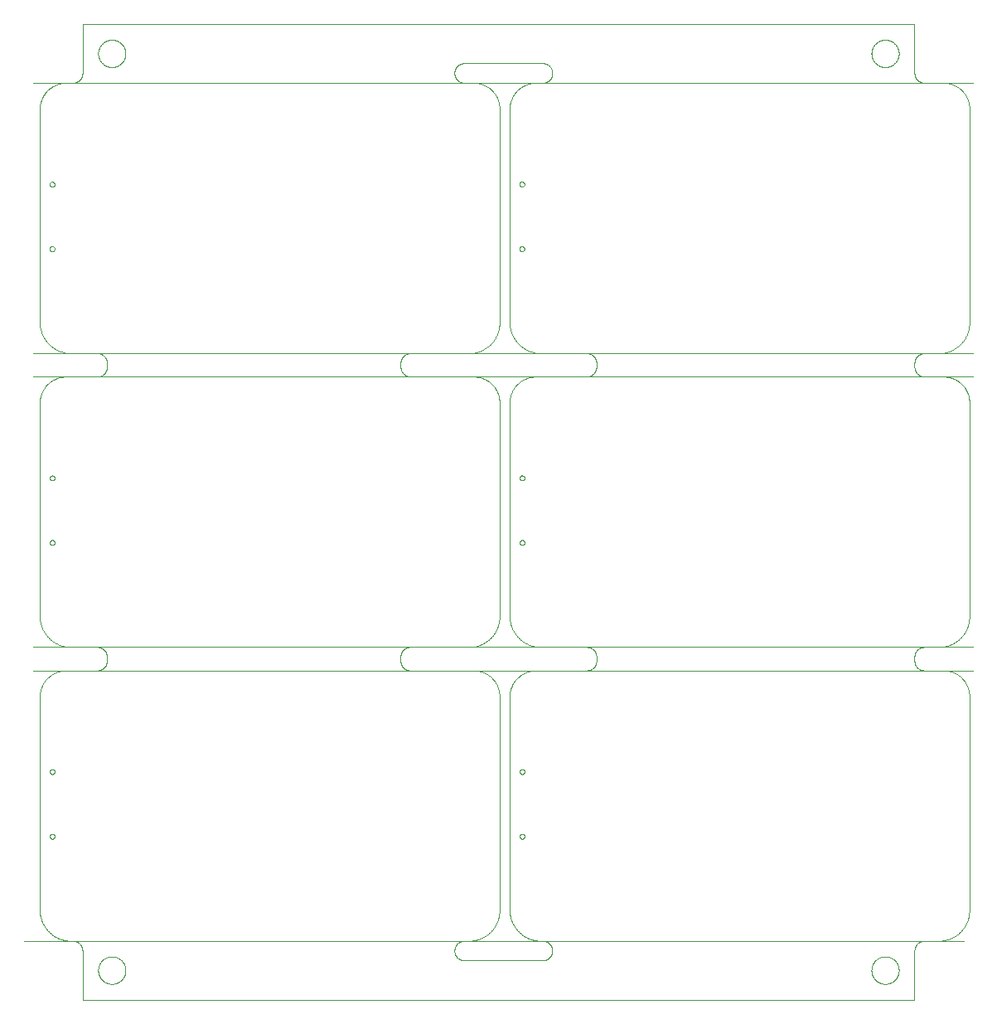
<source format=gko>
G04 EAGLE Gerber X2 export*
%TF.Part,Single*%
%TF.FileFunction,Vcut*%
%TF.FilePolarity,Positive*%
%TF.GenerationSoftware,Autodesk,EAGLE,9.1.3*%
%TF.CreationDate,2019-01-27T15:07:08Z*%
G75*
%MOMM*%
%FSLAX34Y34*%
%LPD*%
%AMOC8*
5,1,8,0,0,1.08239X$1,22.5*%
G01*
%ADD10C,0.000000*%


D10*
X6350Y249424D02*
X6350Y31750D01*
X6359Y30983D01*
X6387Y30216D01*
X6433Y29450D01*
X6498Y28686D01*
X6581Y27923D01*
X6683Y27162D01*
X6803Y26405D01*
X6941Y25650D01*
X7098Y24899D01*
X7273Y24152D01*
X7465Y23409D01*
X7676Y22671D01*
X7904Y21939D01*
X8150Y21212D01*
X8413Y20491D01*
X8694Y19777D01*
X8992Y19070D01*
X9307Y18371D01*
X9638Y17679D01*
X9987Y16995D01*
X10352Y16320D01*
X10732Y15654D01*
X11129Y14997D01*
X11542Y14351D01*
X11970Y13714D01*
X12414Y13088D01*
X12872Y12473D01*
X13345Y11869D01*
X13833Y11276D01*
X14335Y10696D01*
X14850Y10128D01*
X15380Y9572D01*
X15922Y9030D01*
X16478Y8500D01*
X17046Y7985D01*
X17626Y7483D01*
X18219Y6995D01*
X18823Y6522D01*
X19438Y6064D01*
X20064Y5620D01*
X20701Y5192D01*
X21347Y4779D01*
X22004Y4382D01*
X22670Y4002D01*
X23345Y3637D01*
X24029Y3288D01*
X24721Y2957D01*
X25420Y2642D01*
X26127Y2344D01*
X26841Y2063D01*
X27562Y1800D01*
X28289Y1554D01*
X29021Y1326D01*
X29759Y1115D01*
X30502Y923D01*
X31249Y748D01*
X32000Y591D01*
X32755Y453D01*
X33512Y333D01*
X34273Y231D01*
X35036Y148D01*
X35800Y83D01*
X36566Y37D01*
X37333Y9D01*
X38100Y0D01*
X444702Y0D02*
X445459Y9D01*
X446217Y37D01*
X446973Y82D01*
X447728Y146D01*
X448481Y229D01*
X449231Y329D01*
X449980Y447D01*
X450725Y584D01*
X451466Y739D01*
X452204Y911D01*
X452937Y1101D01*
X453666Y1309D01*
X454389Y1534D01*
X455107Y1777D01*
X455818Y2037D01*
X456523Y2314D01*
X457221Y2608D01*
X457912Y2919D01*
X458595Y3247D01*
X459270Y3591D01*
X459937Y3951D01*
X460594Y4327D01*
X461242Y4719D01*
X461881Y5126D01*
X462510Y5549D01*
X463128Y5987D01*
X463735Y6440D01*
X464332Y6907D01*
X464917Y7388D01*
X465490Y7884D01*
X466050Y8393D01*
X466599Y8915D01*
X467135Y9451D01*
X467657Y10000D01*
X468166Y10560D01*
X468662Y11133D01*
X469143Y11718D01*
X469610Y12315D01*
X470063Y12922D01*
X470501Y13540D01*
X470924Y14169D01*
X471331Y14808D01*
X471723Y15456D01*
X472099Y16113D01*
X472459Y16780D01*
X472803Y17455D01*
X473131Y18138D01*
X473442Y18829D01*
X473736Y19527D01*
X474013Y20232D01*
X474273Y20943D01*
X474516Y21661D01*
X474741Y22384D01*
X474949Y23113D01*
X475139Y23846D01*
X475311Y24584D01*
X475466Y25325D01*
X475603Y26070D01*
X475721Y26819D01*
X475821Y27569D01*
X475904Y28322D01*
X475968Y29077D01*
X476013Y29833D01*
X476041Y30591D01*
X476050Y31348D01*
X476050Y249797D01*
X476042Y250433D01*
X476019Y251068D01*
X475981Y251702D01*
X475927Y252336D01*
X475858Y252967D01*
X475774Y253597D01*
X475675Y254225D01*
X475560Y254851D01*
X475430Y255473D01*
X475286Y256092D01*
X475126Y256707D01*
X474952Y257318D01*
X474763Y257925D01*
X474559Y258527D01*
X474341Y259124D01*
X474108Y259716D01*
X473861Y260301D01*
X473601Y260881D01*
X473326Y261454D01*
X473037Y262021D01*
X472735Y262580D01*
X472419Y263132D01*
X472091Y263676D01*
X471749Y264211D01*
X471394Y264739D01*
X471027Y265258D01*
X470647Y265767D01*
X470255Y266268D01*
X469851Y266758D01*
X469435Y267239D01*
X469008Y267710D01*
X468569Y268170D01*
X468120Y268619D01*
X467660Y269058D01*
X467189Y269485D01*
X466708Y269901D01*
X466218Y270305D01*
X465717Y270697D01*
X465208Y271077D01*
X464689Y271444D01*
X464161Y271799D01*
X463626Y272141D01*
X463082Y272469D01*
X462530Y272785D01*
X461971Y273087D01*
X461404Y273376D01*
X460831Y273651D01*
X460251Y273911D01*
X459666Y274158D01*
X459074Y274391D01*
X458477Y274609D01*
X457875Y274813D01*
X457268Y275002D01*
X456657Y275176D01*
X456042Y275336D01*
X455423Y275480D01*
X454801Y275610D01*
X454175Y275725D01*
X453547Y275824D01*
X452917Y275908D01*
X452286Y275977D01*
X451652Y276031D01*
X451018Y276069D01*
X450383Y276092D01*
X449747Y276100D01*
X33026Y276100D02*
X32381Y276092D01*
X31737Y276069D01*
X31094Y276030D01*
X30451Y275975D01*
X29811Y275906D01*
X29172Y275820D01*
X28535Y275719D01*
X27901Y275603D01*
X27270Y275472D01*
X26642Y275325D01*
X26018Y275163D01*
X25398Y274986D01*
X24783Y274794D01*
X24172Y274588D01*
X23567Y274366D01*
X22967Y274131D01*
X22373Y273880D01*
X21785Y273616D01*
X21203Y273337D01*
X20629Y273044D01*
X20062Y272738D01*
X19502Y272418D01*
X18951Y272084D01*
X18407Y271738D01*
X17872Y271378D01*
X17346Y271005D01*
X16829Y270620D01*
X16322Y270223D01*
X15824Y269813D01*
X15337Y269391D01*
X14859Y268958D01*
X14393Y268513D01*
X13937Y268057D01*
X13492Y267591D01*
X13059Y267113D01*
X12637Y266626D01*
X12227Y266128D01*
X11830Y265621D01*
X11445Y265104D01*
X11072Y264578D01*
X10712Y264043D01*
X10366Y263499D01*
X10032Y262948D01*
X9712Y262388D01*
X9406Y261821D01*
X9113Y261247D01*
X8834Y260665D01*
X8570Y260077D01*
X8319Y259483D01*
X8084Y258883D01*
X7862Y258278D01*
X7656Y257667D01*
X7464Y257052D01*
X7287Y256432D01*
X7125Y255808D01*
X6978Y255180D01*
X6847Y254549D01*
X6731Y253915D01*
X6630Y253278D01*
X6544Y252639D01*
X6475Y251999D01*
X6420Y251356D01*
X6381Y250713D01*
X6358Y250069D01*
X6350Y249424D01*
X6350Y331750D02*
X6350Y549424D01*
X6350Y331750D02*
X6359Y330983D01*
X6387Y330216D01*
X6433Y329450D01*
X6498Y328686D01*
X6581Y327923D01*
X6683Y327162D01*
X6803Y326405D01*
X6941Y325650D01*
X7098Y324899D01*
X7273Y324152D01*
X7465Y323409D01*
X7676Y322671D01*
X7904Y321939D01*
X8150Y321212D01*
X8413Y320491D01*
X8694Y319777D01*
X8992Y319070D01*
X9307Y318371D01*
X9638Y317679D01*
X9987Y316995D01*
X10352Y316320D01*
X10732Y315654D01*
X11129Y314997D01*
X11542Y314351D01*
X11970Y313714D01*
X12414Y313088D01*
X12872Y312473D01*
X13345Y311869D01*
X13833Y311276D01*
X14335Y310696D01*
X14850Y310128D01*
X15380Y309572D01*
X15922Y309030D01*
X16478Y308500D01*
X17046Y307985D01*
X17626Y307483D01*
X18219Y306995D01*
X18823Y306522D01*
X19438Y306064D01*
X20064Y305620D01*
X20701Y305192D01*
X21347Y304779D01*
X22004Y304382D01*
X22670Y304002D01*
X23345Y303637D01*
X24029Y303288D01*
X24721Y302957D01*
X25420Y302642D01*
X26127Y302344D01*
X26841Y302063D01*
X27562Y301800D01*
X28289Y301554D01*
X29021Y301326D01*
X29759Y301115D01*
X30502Y300923D01*
X31249Y300748D01*
X32000Y300591D01*
X32755Y300453D01*
X33512Y300333D01*
X34273Y300231D01*
X35036Y300148D01*
X35800Y300083D01*
X36566Y300037D01*
X37333Y300009D01*
X38100Y300000D01*
X444702Y300000D02*
X445459Y300009D01*
X446217Y300037D01*
X446973Y300082D01*
X447728Y300146D01*
X448481Y300229D01*
X449231Y300329D01*
X449980Y300447D01*
X450725Y300584D01*
X451466Y300739D01*
X452204Y300911D01*
X452937Y301101D01*
X453666Y301309D01*
X454389Y301534D01*
X455107Y301777D01*
X455818Y302037D01*
X456523Y302314D01*
X457221Y302608D01*
X457912Y302919D01*
X458595Y303247D01*
X459270Y303591D01*
X459937Y303951D01*
X460594Y304327D01*
X461242Y304719D01*
X461881Y305126D01*
X462510Y305549D01*
X463128Y305987D01*
X463735Y306440D01*
X464332Y306907D01*
X464917Y307388D01*
X465490Y307884D01*
X466050Y308393D01*
X466599Y308915D01*
X467135Y309451D01*
X467657Y310000D01*
X468166Y310560D01*
X468662Y311133D01*
X469143Y311718D01*
X469610Y312315D01*
X470063Y312922D01*
X470501Y313540D01*
X470924Y314169D01*
X471331Y314808D01*
X471723Y315456D01*
X472099Y316113D01*
X472459Y316780D01*
X472803Y317455D01*
X473131Y318138D01*
X473442Y318829D01*
X473736Y319527D01*
X474013Y320232D01*
X474273Y320943D01*
X474516Y321661D01*
X474741Y322384D01*
X474949Y323113D01*
X475139Y323846D01*
X475311Y324584D01*
X475466Y325325D01*
X475603Y326070D01*
X475721Y326819D01*
X475821Y327569D01*
X475904Y328322D01*
X475968Y329077D01*
X476013Y329833D01*
X476041Y330591D01*
X476050Y331348D01*
X476050Y549797D01*
X476042Y550433D01*
X476019Y551068D01*
X475981Y551702D01*
X475927Y552336D01*
X475858Y552967D01*
X475774Y553597D01*
X475675Y554225D01*
X475560Y554851D01*
X475430Y555473D01*
X475286Y556092D01*
X475126Y556707D01*
X474952Y557318D01*
X474763Y557925D01*
X474559Y558527D01*
X474341Y559124D01*
X474108Y559716D01*
X473861Y560301D01*
X473601Y560881D01*
X473326Y561454D01*
X473037Y562021D01*
X472735Y562580D01*
X472419Y563132D01*
X472091Y563676D01*
X471749Y564211D01*
X471394Y564739D01*
X471027Y565258D01*
X470647Y565767D01*
X470255Y566268D01*
X469851Y566758D01*
X469435Y567239D01*
X469008Y567710D01*
X468569Y568170D01*
X468120Y568619D01*
X467660Y569058D01*
X467189Y569485D01*
X466708Y569901D01*
X466218Y570305D01*
X465717Y570697D01*
X465208Y571077D01*
X464689Y571444D01*
X464161Y571799D01*
X463626Y572141D01*
X463082Y572469D01*
X462530Y572785D01*
X461971Y573087D01*
X461404Y573376D01*
X460831Y573651D01*
X460251Y573911D01*
X459666Y574158D01*
X459074Y574391D01*
X458477Y574609D01*
X457875Y574813D01*
X457268Y575002D01*
X456657Y575176D01*
X456042Y575336D01*
X455423Y575480D01*
X454801Y575610D01*
X454175Y575725D01*
X453547Y575824D01*
X452917Y575908D01*
X452286Y575977D01*
X451652Y576031D01*
X451018Y576069D01*
X450383Y576092D01*
X449747Y576100D01*
X33026Y576100D02*
X32381Y576092D01*
X31737Y576069D01*
X31094Y576030D01*
X30451Y575975D01*
X29811Y575906D01*
X29172Y575820D01*
X28535Y575719D01*
X27901Y575603D01*
X27270Y575472D01*
X26642Y575325D01*
X26018Y575163D01*
X25398Y574986D01*
X24783Y574794D01*
X24172Y574588D01*
X23567Y574366D01*
X22967Y574131D01*
X22373Y573880D01*
X21785Y573616D01*
X21203Y573337D01*
X20629Y573044D01*
X20062Y572738D01*
X19502Y572418D01*
X18951Y572084D01*
X18407Y571738D01*
X17872Y571378D01*
X17346Y571005D01*
X16829Y570620D01*
X16322Y570223D01*
X15824Y569813D01*
X15337Y569391D01*
X14859Y568958D01*
X14393Y568513D01*
X13937Y568057D01*
X13492Y567591D01*
X13059Y567113D01*
X12637Y566626D01*
X12227Y566128D01*
X11830Y565621D01*
X11445Y565104D01*
X11072Y564578D01*
X10712Y564043D01*
X10366Y563499D01*
X10032Y562948D01*
X9712Y562388D01*
X9406Y561821D01*
X9113Y561247D01*
X8834Y560665D01*
X8570Y560077D01*
X8319Y559483D01*
X8084Y558883D01*
X7862Y558278D01*
X7656Y557667D01*
X7464Y557052D01*
X7287Y556432D01*
X7125Y555808D01*
X6978Y555180D01*
X6847Y554549D01*
X6731Y553915D01*
X6630Y553278D01*
X6544Y552639D01*
X6475Y551999D01*
X6420Y551356D01*
X6381Y550713D01*
X6358Y550069D01*
X6350Y549424D01*
X6350Y631750D02*
X6350Y849424D01*
X6350Y631750D02*
X6359Y630983D01*
X6387Y630216D01*
X6433Y629450D01*
X6498Y628686D01*
X6581Y627923D01*
X6683Y627162D01*
X6803Y626405D01*
X6941Y625650D01*
X7098Y624899D01*
X7273Y624152D01*
X7465Y623409D01*
X7676Y622671D01*
X7904Y621939D01*
X8150Y621212D01*
X8413Y620491D01*
X8694Y619777D01*
X8992Y619070D01*
X9307Y618371D01*
X9638Y617679D01*
X9987Y616995D01*
X10352Y616320D01*
X10732Y615654D01*
X11129Y614997D01*
X11542Y614351D01*
X11970Y613714D01*
X12414Y613088D01*
X12872Y612473D01*
X13345Y611869D01*
X13833Y611276D01*
X14335Y610696D01*
X14850Y610128D01*
X15380Y609572D01*
X15922Y609030D01*
X16478Y608500D01*
X17046Y607985D01*
X17626Y607483D01*
X18219Y606995D01*
X18823Y606522D01*
X19438Y606064D01*
X20064Y605620D01*
X20701Y605192D01*
X21347Y604779D01*
X22004Y604382D01*
X22670Y604002D01*
X23345Y603637D01*
X24029Y603288D01*
X24721Y602957D01*
X25420Y602642D01*
X26127Y602344D01*
X26841Y602063D01*
X27562Y601800D01*
X28289Y601554D01*
X29021Y601326D01*
X29759Y601115D01*
X30502Y600923D01*
X31249Y600748D01*
X32000Y600591D01*
X32755Y600453D01*
X33512Y600333D01*
X34273Y600231D01*
X35036Y600148D01*
X35800Y600083D01*
X36566Y600037D01*
X37333Y600009D01*
X38100Y600000D01*
X444702Y600000D02*
X445459Y600009D01*
X446217Y600037D01*
X446973Y600082D01*
X447728Y600146D01*
X448481Y600229D01*
X449231Y600329D01*
X449980Y600447D01*
X450725Y600584D01*
X451466Y600739D01*
X452204Y600911D01*
X452937Y601101D01*
X453666Y601309D01*
X454389Y601534D01*
X455107Y601777D01*
X455818Y602037D01*
X456523Y602314D01*
X457221Y602608D01*
X457912Y602919D01*
X458595Y603247D01*
X459270Y603591D01*
X459937Y603951D01*
X460594Y604327D01*
X461242Y604719D01*
X461881Y605126D01*
X462510Y605549D01*
X463128Y605987D01*
X463735Y606440D01*
X464332Y606907D01*
X464917Y607388D01*
X465490Y607884D01*
X466050Y608393D01*
X466599Y608915D01*
X467135Y609451D01*
X467657Y610000D01*
X468166Y610560D01*
X468662Y611133D01*
X469143Y611718D01*
X469610Y612315D01*
X470063Y612922D01*
X470501Y613540D01*
X470924Y614169D01*
X471331Y614808D01*
X471723Y615456D01*
X472099Y616113D01*
X472459Y616780D01*
X472803Y617455D01*
X473131Y618138D01*
X473442Y618829D01*
X473736Y619527D01*
X474013Y620232D01*
X474273Y620943D01*
X474516Y621661D01*
X474741Y622384D01*
X474949Y623113D01*
X475139Y623846D01*
X475311Y624584D01*
X475466Y625325D01*
X475603Y626070D01*
X475721Y626819D01*
X475821Y627569D01*
X475904Y628322D01*
X475968Y629077D01*
X476013Y629833D01*
X476041Y630591D01*
X476050Y631348D01*
X476050Y849797D01*
X476042Y850433D01*
X476019Y851068D01*
X475981Y851702D01*
X475927Y852336D01*
X475858Y852967D01*
X475774Y853597D01*
X475675Y854225D01*
X475560Y854851D01*
X475430Y855473D01*
X475286Y856092D01*
X475126Y856707D01*
X474952Y857318D01*
X474763Y857925D01*
X474559Y858527D01*
X474341Y859124D01*
X474108Y859716D01*
X473861Y860301D01*
X473601Y860881D01*
X473326Y861454D01*
X473037Y862021D01*
X472735Y862580D01*
X472419Y863132D01*
X472091Y863676D01*
X471749Y864211D01*
X471394Y864739D01*
X471027Y865258D01*
X470647Y865767D01*
X470255Y866268D01*
X469851Y866758D01*
X469435Y867239D01*
X469008Y867710D01*
X468569Y868170D01*
X468120Y868619D01*
X467660Y869058D01*
X467189Y869485D01*
X466708Y869901D01*
X466218Y870305D01*
X465717Y870697D01*
X465208Y871077D01*
X464689Y871444D01*
X464161Y871799D01*
X463626Y872141D01*
X463082Y872469D01*
X462530Y872785D01*
X461971Y873087D01*
X461404Y873376D01*
X460831Y873651D01*
X460251Y873911D01*
X459666Y874158D01*
X459074Y874391D01*
X458477Y874609D01*
X457875Y874813D01*
X457268Y875002D01*
X456657Y875176D01*
X456042Y875336D01*
X455423Y875480D01*
X454801Y875610D01*
X454175Y875725D01*
X453547Y875824D01*
X452917Y875908D01*
X452286Y875977D01*
X451652Y876031D01*
X451018Y876069D01*
X450383Y876092D01*
X449747Y876100D01*
X33026Y876100D02*
X32381Y876092D01*
X31737Y876069D01*
X31094Y876030D01*
X30451Y875975D01*
X29811Y875906D01*
X29172Y875820D01*
X28535Y875719D01*
X27901Y875603D01*
X27270Y875472D01*
X26642Y875325D01*
X26018Y875163D01*
X25398Y874986D01*
X24783Y874794D01*
X24172Y874588D01*
X23567Y874366D01*
X22967Y874131D01*
X22373Y873880D01*
X21785Y873616D01*
X21203Y873337D01*
X20629Y873044D01*
X20062Y872738D01*
X19502Y872418D01*
X18951Y872084D01*
X18407Y871738D01*
X17872Y871378D01*
X17346Y871005D01*
X16829Y870620D01*
X16322Y870223D01*
X15824Y869813D01*
X15337Y869391D01*
X14859Y868958D01*
X14393Y868513D01*
X13937Y868057D01*
X13492Y867591D01*
X13059Y867113D01*
X12637Y866626D01*
X12227Y866128D01*
X11830Y865621D01*
X11445Y865104D01*
X11072Y864578D01*
X10712Y864043D01*
X10366Y863499D01*
X10032Y862948D01*
X9712Y862388D01*
X9406Y861821D01*
X9113Y861247D01*
X8834Y860665D01*
X8570Y860077D01*
X8319Y859483D01*
X8084Y858883D01*
X7862Y858278D01*
X7656Y857667D01*
X7464Y857052D01*
X7287Y856432D01*
X7125Y855808D01*
X6978Y855180D01*
X6847Y854549D01*
X6731Y853915D01*
X6630Y853278D01*
X6544Y852639D01*
X6475Y851999D01*
X6420Y851356D01*
X6381Y850713D01*
X6358Y850069D01*
X6350Y849424D01*
X486350Y249424D02*
X486350Y31750D01*
X486359Y30983D01*
X486387Y30216D01*
X486433Y29450D01*
X486498Y28686D01*
X486581Y27923D01*
X486683Y27162D01*
X486803Y26405D01*
X486941Y25650D01*
X487098Y24899D01*
X487273Y24152D01*
X487465Y23409D01*
X487676Y22671D01*
X487904Y21939D01*
X488150Y21212D01*
X488413Y20491D01*
X488694Y19777D01*
X488992Y19070D01*
X489307Y18371D01*
X489638Y17679D01*
X489987Y16995D01*
X490352Y16320D01*
X490732Y15654D01*
X491129Y14997D01*
X491542Y14351D01*
X491970Y13714D01*
X492414Y13088D01*
X492872Y12473D01*
X493345Y11869D01*
X493833Y11276D01*
X494335Y10696D01*
X494850Y10128D01*
X495380Y9572D01*
X495922Y9030D01*
X496478Y8500D01*
X497046Y7985D01*
X497626Y7483D01*
X498219Y6995D01*
X498823Y6522D01*
X499438Y6064D01*
X500064Y5620D01*
X500701Y5192D01*
X501347Y4779D01*
X502004Y4382D01*
X502670Y4002D01*
X503345Y3637D01*
X504029Y3288D01*
X504721Y2957D01*
X505420Y2642D01*
X506127Y2344D01*
X506841Y2063D01*
X507562Y1800D01*
X508289Y1554D01*
X509021Y1326D01*
X509759Y1115D01*
X510502Y923D01*
X511249Y748D01*
X512000Y591D01*
X512755Y453D01*
X513512Y333D01*
X514273Y231D01*
X515036Y148D01*
X515800Y83D01*
X516566Y37D01*
X517333Y9D01*
X518100Y0D01*
X924702Y0D02*
X925459Y9D01*
X926217Y37D01*
X926973Y82D01*
X927728Y146D01*
X928481Y229D01*
X929231Y329D01*
X929980Y447D01*
X930725Y584D01*
X931466Y739D01*
X932204Y911D01*
X932937Y1101D01*
X933666Y1309D01*
X934389Y1534D01*
X935107Y1777D01*
X935818Y2037D01*
X936523Y2314D01*
X937221Y2608D01*
X937912Y2919D01*
X938595Y3247D01*
X939270Y3591D01*
X939937Y3951D01*
X940594Y4327D01*
X941242Y4719D01*
X941881Y5126D01*
X942510Y5549D01*
X943128Y5987D01*
X943735Y6440D01*
X944332Y6907D01*
X944917Y7388D01*
X945490Y7884D01*
X946050Y8393D01*
X946599Y8915D01*
X947135Y9451D01*
X947657Y10000D01*
X948166Y10560D01*
X948662Y11133D01*
X949143Y11718D01*
X949610Y12315D01*
X950063Y12922D01*
X950501Y13540D01*
X950924Y14169D01*
X951331Y14808D01*
X951723Y15456D01*
X952099Y16113D01*
X952459Y16780D01*
X952803Y17455D01*
X953131Y18138D01*
X953442Y18829D01*
X953736Y19527D01*
X954013Y20232D01*
X954273Y20943D01*
X954516Y21661D01*
X954741Y22384D01*
X954949Y23113D01*
X955139Y23846D01*
X955311Y24584D01*
X955466Y25325D01*
X955603Y26070D01*
X955721Y26819D01*
X955821Y27569D01*
X955904Y28322D01*
X955968Y29077D01*
X956013Y29833D01*
X956041Y30591D01*
X956050Y31348D01*
X956050Y249797D01*
X956042Y250433D01*
X956019Y251068D01*
X955981Y251702D01*
X955927Y252336D01*
X955858Y252967D01*
X955774Y253597D01*
X955675Y254225D01*
X955560Y254851D01*
X955430Y255473D01*
X955286Y256092D01*
X955126Y256707D01*
X954952Y257318D01*
X954763Y257925D01*
X954559Y258527D01*
X954341Y259124D01*
X954108Y259716D01*
X953861Y260301D01*
X953601Y260881D01*
X953326Y261454D01*
X953037Y262021D01*
X952735Y262580D01*
X952419Y263132D01*
X952091Y263676D01*
X951749Y264211D01*
X951394Y264739D01*
X951027Y265258D01*
X950647Y265767D01*
X950255Y266268D01*
X949851Y266758D01*
X949435Y267239D01*
X949008Y267710D01*
X948569Y268170D01*
X948120Y268619D01*
X947660Y269058D01*
X947189Y269485D01*
X946708Y269901D01*
X946218Y270305D01*
X945717Y270697D01*
X945208Y271077D01*
X944689Y271444D01*
X944161Y271799D01*
X943626Y272141D01*
X943082Y272469D01*
X942530Y272785D01*
X941971Y273087D01*
X941404Y273376D01*
X940831Y273651D01*
X940251Y273911D01*
X939666Y274158D01*
X939074Y274391D01*
X938477Y274609D01*
X937875Y274813D01*
X937268Y275002D01*
X936657Y275176D01*
X936042Y275336D01*
X935423Y275480D01*
X934801Y275610D01*
X934175Y275725D01*
X933547Y275824D01*
X932917Y275908D01*
X932286Y275977D01*
X931652Y276031D01*
X931018Y276069D01*
X930383Y276092D01*
X929747Y276100D01*
X513026Y276100D02*
X512381Y276092D01*
X511737Y276069D01*
X511094Y276030D01*
X510451Y275975D01*
X509811Y275906D01*
X509172Y275820D01*
X508535Y275719D01*
X507901Y275603D01*
X507270Y275472D01*
X506642Y275325D01*
X506018Y275163D01*
X505398Y274986D01*
X504783Y274794D01*
X504172Y274588D01*
X503567Y274366D01*
X502967Y274131D01*
X502373Y273880D01*
X501785Y273616D01*
X501203Y273337D01*
X500629Y273044D01*
X500062Y272738D01*
X499502Y272418D01*
X498951Y272084D01*
X498407Y271738D01*
X497872Y271378D01*
X497346Y271005D01*
X496829Y270620D01*
X496322Y270223D01*
X495824Y269813D01*
X495337Y269391D01*
X494859Y268958D01*
X494393Y268513D01*
X493937Y268057D01*
X493492Y267591D01*
X493059Y267113D01*
X492637Y266626D01*
X492227Y266128D01*
X491830Y265621D01*
X491445Y265104D01*
X491072Y264578D01*
X490712Y264043D01*
X490366Y263499D01*
X490032Y262948D01*
X489712Y262388D01*
X489406Y261821D01*
X489113Y261247D01*
X488834Y260665D01*
X488570Y260077D01*
X488319Y259483D01*
X488084Y258883D01*
X487862Y258278D01*
X487656Y257667D01*
X487464Y257052D01*
X487287Y256432D01*
X487125Y255808D01*
X486978Y255180D01*
X486847Y254549D01*
X486731Y253915D01*
X486630Y253278D01*
X486544Y252639D01*
X486475Y251999D01*
X486420Y251356D01*
X486381Y250713D01*
X486358Y250069D01*
X486350Y249424D01*
X486350Y331750D02*
X486350Y549424D01*
X486350Y331750D02*
X486359Y330983D01*
X486387Y330216D01*
X486433Y329450D01*
X486498Y328686D01*
X486581Y327923D01*
X486683Y327162D01*
X486803Y326405D01*
X486941Y325650D01*
X487098Y324899D01*
X487273Y324152D01*
X487465Y323409D01*
X487676Y322671D01*
X487904Y321939D01*
X488150Y321212D01*
X488413Y320491D01*
X488694Y319777D01*
X488992Y319070D01*
X489307Y318371D01*
X489638Y317679D01*
X489987Y316995D01*
X490352Y316320D01*
X490732Y315654D01*
X491129Y314997D01*
X491542Y314351D01*
X491970Y313714D01*
X492414Y313088D01*
X492872Y312473D01*
X493345Y311869D01*
X493833Y311276D01*
X494335Y310696D01*
X494850Y310128D01*
X495380Y309572D01*
X495922Y309030D01*
X496478Y308500D01*
X497046Y307985D01*
X497626Y307483D01*
X498219Y306995D01*
X498823Y306522D01*
X499438Y306064D01*
X500064Y305620D01*
X500701Y305192D01*
X501347Y304779D01*
X502004Y304382D01*
X502670Y304002D01*
X503345Y303637D01*
X504029Y303288D01*
X504721Y302957D01*
X505420Y302642D01*
X506127Y302344D01*
X506841Y302063D01*
X507562Y301800D01*
X508289Y301554D01*
X509021Y301326D01*
X509759Y301115D01*
X510502Y300923D01*
X511249Y300748D01*
X512000Y300591D01*
X512755Y300453D01*
X513512Y300333D01*
X514273Y300231D01*
X515036Y300148D01*
X515800Y300083D01*
X516566Y300037D01*
X517333Y300009D01*
X518100Y300000D01*
X924702Y300000D02*
X925459Y300009D01*
X926217Y300037D01*
X926973Y300082D01*
X927728Y300146D01*
X928481Y300229D01*
X929231Y300329D01*
X929980Y300447D01*
X930725Y300584D01*
X931466Y300739D01*
X932204Y300911D01*
X932937Y301101D01*
X933666Y301309D01*
X934389Y301534D01*
X935107Y301777D01*
X935818Y302037D01*
X936523Y302314D01*
X937221Y302608D01*
X937912Y302919D01*
X938595Y303247D01*
X939270Y303591D01*
X939937Y303951D01*
X940594Y304327D01*
X941242Y304719D01*
X941881Y305126D01*
X942510Y305549D01*
X943128Y305987D01*
X943735Y306440D01*
X944332Y306907D01*
X944917Y307388D01*
X945490Y307884D01*
X946050Y308393D01*
X946599Y308915D01*
X947135Y309451D01*
X947657Y310000D01*
X948166Y310560D01*
X948662Y311133D01*
X949143Y311718D01*
X949610Y312315D01*
X950063Y312922D01*
X950501Y313540D01*
X950924Y314169D01*
X951331Y314808D01*
X951723Y315456D01*
X952099Y316113D01*
X952459Y316780D01*
X952803Y317455D01*
X953131Y318138D01*
X953442Y318829D01*
X953736Y319527D01*
X954013Y320232D01*
X954273Y320943D01*
X954516Y321661D01*
X954741Y322384D01*
X954949Y323113D01*
X955139Y323846D01*
X955311Y324584D01*
X955466Y325325D01*
X955603Y326070D01*
X955721Y326819D01*
X955821Y327569D01*
X955904Y328322D01*
X955968Y329077D01*
X956013Y329833D01*
X956041Y330591D01*
X956050Y331348D01*
X956050Y549797D01*
X956042Y550433D01*
X956019Y551068D01*
X955981Y551702D01*
X955927Y552336D01*
X955858Y552967D01*
X955774Y553597D01*
X955675Y554225D01*
X955560Y554851D01*
X955430Y555473D01*
X955286Y556092D01*
X955126Y556707D01*
X954952Y557318D01*
X954763Y557925D01*
X954559Y558527D01*
X954341Y559124D01*
X954108Y559716D01*
X953861Y560301D01*
X953601Y560881D01*
X953326Y561454D01*
X953037Y562021D01*
X952735Y562580D01*
X952419Y563132D01*
X952091Y563676D01*
X951749Y564211D01*
X951394Y564739D01*
X951027Y565258D01*
X950647Y565767D01*
X950255Y566268D01*
X949851Y566758D01*
X949435Y567239D01*
X949008Y567710D01*
X948569Y568170D01*
X948120Y568619D01*
X947660Y569058D01*
X947189Y569485D01*
X946708Y569901D01*
X946218Y570305D01*
X945717Y570697D01*
X945208Y571077D01*
X944689Y571444D01*
X944161Y571799D01*
X943626Y572141D01*
X943082Y572469D01*
X942530Y572785D01*
X941971Y573087D01*
X941404Y573376D01*
X940831Y573651D01*
X940251Y573911D01*
X939666Y574158D01*
X939074Y574391D01*
X938477Y574609D01*
X937875Y574813D01*
X937268Y575002D01*
X936657Y575176D01*
X936042Y575336D01*
X935423Y575480D01*
X934801Y575610D01*
X934175Y575725D01*
X933547Y575824D01*
X932917Y575908D01*
X932286Y575977D01*
X931652Y576031D01*
X931018Y576069D01*
X930383Y576092D01*
X929747Y576100D01*
X513026Y576100D02*
X512381Y576092D01*
X511737Y576069D01*
X511094Y576030D01*
X510451Y575975D01*
X509811Y575906D01*
X509172Y575820D01*
X508535Y575719D01*
X507901Y575603D01*
X507270Y575472D01*
X506642Y575325D01*
X506018Y575163D01*
X505398Y574986D01*
X504783Y574794D01*
X504172Y574588D01*
X503567Y574366D01*
X502967Y574131D01*
X502373Y573880D01*
X501785Y573616D01*
X501203Y573337D01*
X500629Y573044D01*
X500062Y572738D01*
X499502Y572418D01*
X498951Y572084D01*
X498407Y571738D01*
X497872Y571378D01*
X497346Y571005D01*
X496829Y570620D01*
X496322Y570223D01*
X495824Y569813D01*
X495337Y569391D01*
X494859Y568958D01*
X494393Y568513D01*
X493937Y568057D01*
X493492Y567591D01*
X493059Y567113D01*
X492637Y566626D01*
X492227Y566128D01*
X491830Y565621D01*
X491445Y565104D01*
X491072Y564578D01*
X490712Y564043D01*
X490366Y563499D01*
X490032Y562948D01*
X489712Y562388D01*
X489406Y561821D01*
X489113Y561247D01*
X488834Y560665D01*
X488570Y560077D01*
X488319Y559483D01*
X488084Y558883D01*
X487862Y558278D01*
X487656Y557667D01*
X487464Y557052D01*
X487287Y556432D01*
X487125Y555808D01*
X486978Y555180D01*
X486847Y554549D01*
X486731Y553915D01*
X486630Y553278D01*
X486544Y552639D01*
X486475Y551999D01*
X486420Y551356D01*
X486381Y550713D01*
X486358Y550069D01*
X486350Y549424D01*
X486350Y631750D02*
X486350Y849424D01*
X486350Y631750D02*
X486359Y630983D01*
X486387Y630216D01*
X486433Y629450D01*
X486498Y628686D01*
X486581Y627923D01*
X486683Y627162D01*
X486803Y626405D01*
X486941Y625650D01*
X487098Y624899D01*
X487273Y624152D01*
X487465Y623409D01*
X487676Y622671D01*
X487904Y621939D01*
X488150Y621212D01*
X488413Y620491D01*
X488694Y619777D01*
X488992Y619070D01*
X489307Y618371D01*
X489638Y617679D01*
X489987Y616995D01*
X490352Y616320D01*
X490732Y615654D01*
X491129Y614997D01*
X491542Y614351D01*
X491970Y613714D01*
X492414Y613088D01*
X492872Y612473D01*
X493345Y611869D01*
X493833Y611276D01*
X494335Y610696D01*
X494850Y610128D01*
X495380Y609572D01*
X495922Y609030D01*
X496478Y608500D01*
X497046Y607985D01*
X497626Y607483D01*
X498219Y606995D01*
X498823Y606522D01*
X499438Y606064D01*
X500064Y605620D01*
X500701Y605192D01*
X501347Y604779D01*
X502004Y604382D01*
X502670Y604002D01*
X503345Y603637D01*
X504029Y603288D01*
X504721Y602957D01*
X505420Y602642D01*
X506127Y602344D01*
X506841Y602063D01*
X507562Y601800D01*
X508289Y601554D01*
X509021Y601326D01*
X509759Y601115D01*
X510502Y600923D01*
X511249Y600748D01*
X512000Y600591D01*
X512755Y600453D01*
X513512Y600333D01*
X514273Y600231D01*
X515036Y600148D01*
X515800Y600083D01*
X516566Y600037D01*
X517333Y600009D01*
X518100Y600000D01*
X924702Y600000D02*
X925459Y600009D01*
X926217Y600037D01*
X926973Y600082D01*
X927728Y600146D01*
X928481Y600229D01*
X929231Y600329D01*
X929980Y600447D01*
X930725Y600584D01*
X931466Y600739D01*
X932204Y600911D01*
X932937Y601101D01*
X933666Y601309D01*
X934389Y601534D01*
X935107Y601777D01*
X935818Y602037D01*
X936523Y602314D01*
X937221Y602608D01*
X937912Y602919D01*
X938595Y603247D01*
X939270Y603591D01*
X939937Y603951D01*
X940594Y604327D01*
X941242Y604719D01*
X941881Y605126D01*
X942510Y605549D01*
X943128Y605987D01*
X943735Y606440D01*
X944332Y606907D01*
X944917Y607388D01*
X945490Y607884D01*
X946050Y608393D01*
X946599Y608915D01*
X947135Y609451D01*
X947657Y610000D01*
X948166Y610560D01*
X948662Y611133D01*
X949143Y611718D01*
X949610Y612315D01*
X950063Y612922D01*
X950501Y613540D01*
X950924Y614169D01*
X951331Y614808D01*
X951723Y615456D01*
X952099Y616113D01*
X952459Y616780D01*
X952803Y617455D01*
X953131Y618138D01*
X953442Y618829D01*
X953736Y619527D01*
X954013Y620232D01*
X954273Y620943D01*
X954516Y621661D01*
X954741Y622384D01*
X954949Y623113D01*
X955139Y623846D01*
X955311Y624584D01*
X955466Y625325D01*
X955603Y626070D01*
X955721Y626819D01*
X955821Y627569D01*
X955904Y628322D01*
X955968Y629077D01*
X956013Y629833D01*
X956041Y630591D01*
X956050Y631348D01*
X956050Y849797D01*
X956042Y850433D01*
X956019Y851068D01*
X955981Y851702D01*
X955927Y852336D01*
X955858Y852967D01*
X955774Y853597D01*
X955675Y854225D01*
X955560Y854851D01*
X955430Y855473D01*
X955286Y856092D01*
X955126Y856707D01*
X954952Y857318D01*
X954763Y857925D01*
X954559Y858527D01*
X954341Y859124D01*
X954108Y859716D01*
X953861Y860301D01*
X953601Y860881D01*
X953326Y861454D01*
X953037Y862021D01*
X952735Y862580D01*
X952419Y863132D01*
X952091Y863676D01*
X951749Y864211D01*
X951394Y864739D01*
X951027Y865258D01*
X950647Y865767D01*
X950255Y866268D01*
X949851Y866758D01*
X949435Y867239D01*
X949008Y867710D01*
X948569Y868170D01*
X948120Y868619D01*
X947660Y869058D01*
X947189Y869485D01*
X946708Y869901D01*
X946218Y870305D01*
X945717Y870697D01*
X945208Y871077D01*
X944689Y871444D01*
X944161Y871799D01*
X943626Y872141D01*
X943082Y872469D01*
X942530Y872785D01*
X941971Y873087D01*
X941404Y873376D01*
X940831Y873651D01*
X940251Y873911D01*
X939666Y874158D01*
X939074Y874391D01*
X938477Y874609D01*
X937875Y874813D01*
X937268Y875002D01*
X936657Y875176D01*
X936042Y875336D01*
X935423Y875480D01*
X934801Y875610D01*
X934175Y875725D01*
X933547Y875824D01*
X932917Y875908D01*
X932286Y875977D01*
X931652Y876031D01*
X931018Y876069D01*
X930383Y876092D01*
X929747Y876100D01*
X513026Y876100D02*
X512381Y876092D01*
X511737Y876069D01*
X511094Y876030D01*
X510451Y875975D01*
X509811Y875906D01*
X509172Y875820D01*
X508535Y875719D01*
X507901Y875603D01*
X507270Y875472D01*
X506642Y875325D01*
X506018Y875163D01*
X505398Y874986D01*
X504783Y874794D01*
X504172Y874588D01*
X503567Y874366D01*
X502967Y874131D01*
X502373Y873880D01*
X501785Y873616D01*
X501203Y873337D01*
X500629Y873044D01*
X500062Y872738D01*
X499502Y872418D01*
X498951Y872084D01*
X498407Y871738D01*
X497872Y871378D01*
X497346Y871005D01*
X496829Y870620D01*
X496322Y870223D01*
X495824Y869813D01*
X495337Y869391D01*
X494859Y868958D01*
X494393Y868513D01*
X493937Y868057D01*
X493492Y867591D01*
X493059Y867113D01*
X492637Y866626D01*
X492227Y866128D01*
X491830Y865621D01*
X491445Y865104D01*
X491072Y864578D01*
X490712Y864043D01*
X490366Y863499D01*
X490032Y862948D01*
X489712Y862388D01*
X489406Y861821D01*
X489113Y861247D01*
X488834Y860665D01*
X488570Y860077D01*
X488319Y859483D01*
X488084Y858883D01*
X487862Y858278D01*
X487656Y857667D01*
X487464Y857052D01*
X487287Y856432D01*
X487125Y855808D01*
X486978Y855180D01*
X486847Y854549D01*
X486731Y853915D01*
X486630Y853278D01*
X486544Y852639D01*
X486475Y851999D01*
X486420Y851356D01*
X486381Y850713D01*
X486358Y850069D01*
X486350Y849424D01*
X900000Y936100D02*
X50000Y936100D01*
X50000Y-60000D02*
X900000Y-60000D01*
X50000Y886100D02*
X50000Y936100D01*
X50000Y886100D02*
X49997Y885858D01*
X49988Y885617D01*
X49974Y885376D01*
X49953Y885135D01*
X49927Y884895D01*
X49895Y884655D01*
X49857Y884416D01*
X49814Y884179D01*
X49764Y883942D01*
X49709Y883707D01*
X49649Y883473D01*
X49582Y883241D01*
X49511Y883010D01*
X49433Y882781D01*
X49350Y882554D01*
X49262Y882329D01*
X49168Y882106D01*
X49069Y881886D01*
X48964Y881668D01*
X48855Y881453D01*
X48740Y881240D01*
X48620Y881030D01*
X48495Y880824D01*
X48365Y880620D01*
X48230Y880419D01*
X48090Y880222D01*
X47946Y880028D01*
X47797Y879838D01*
X47643Y879652D01*
X47485Y879469D01*
X47323Y879290D01*
X47156Y879115D01*
X46985Y878944D01*
X46810Y878777D01*
X46631Y878615D01*
X46448Y878457D01*
X46262Y878303D01*
X46072Y878154D01*
X45878Y878010D01*
X45681Y877870D01*
X45480Y877735D01*
X45276Y877605D01*
X45070Y877480D01*
X44860Y877360D01*
X44647Y877245D01*
X44432Y877136D01*
X44214Y877031D01*
X43994Y876932D01*
X43771Y876838D01*
X43546Y876750D01*
X43319Y876667D01*
X43090Y876589D01*
X42859Y876518D01*
X42627Y876451D01*
X42393Y876391D01*
X42158Y876336D01*
X41921Y876286D01*
X41684Y876243D01*
X41445Y876205D01*
X41205Y876173D01*
X40965Y876147D01*
X40724Y876126D01*
X40483Y876112D01*
X40242Y876103D01*
X40000Y876100D01*
X33026Y876100D01*
X900000Y886100D02*
X900000Y936100D01*
X900000Y886100D02*
X900003Y885858D01*
X900012Y885617D01*
X900026Y885376D01*
X900047Y885135D01*
X900073Y884895D01*
X900105Y884655D01*
X900143Y884416D01*
X900186Y884179D01*
X900236Y883942D01*
X900291Y883707D01*
X900351Y883473D01*
X900418Y883241D01*
X900489Y883010D01*
X900567Y882781D01*
X900650Y882554D01*
X900738Y882329D01*
X900832Y882106D01*
X900931Y881886D01*
X901036Y881668D01*
X901145Y881453D01*
X901260Y881240D01*
X901380Y881030D01*
X901505Y880824D01*
X901635Y880620D01*
X901770Y880419D01*
X901910Y880222D01*
X902054Y880028D01*
X902203Y879838D01*
X902357Y879652D01*
X902515Y879469D01*
X902677Y879290D01*
X902844Y879115D01*
X903015Y878944D01*
X903190Y878777D01*
X903369Y878615D01*
X903552Y878457D01*
X903738Y878303D01*
X903928Y878154D01*
X904122Y878010D01*
X904319Y877870D01*
X904520Y877735D01*
X904724Y877605D01*
X904930Y877480D01*
X905140Y877360D01*
X905353Y877245D01*
X905568Y877136D01*
X905786Y877031D01*
X906006Y876932D01*
X906229Y876838D01*
X906454Y876750D01*
X906681Y876667D01*
X906910Y876589D01*
X907141Y876518D01*
X907373Y876451D01*
X907607Y876391D01*
X907842Y876336D01*
X908079Y876286D01*
X908316Y876243D01*
X908555Y876205D01*
X908795Y876173D01*
X909035Y876147D01*
X909276Y876126D01*
X909517Y876112D01*
X909758Y876103D01*
X910000Y876100D01*
X929747Y876100D01*
X75000Y590000D02*
X75000Y586100D01*
X74997Y585858D01*
X74988Y585617D01*
X74974Y585376D01*
X74953Y585135D01*
X74927Y584895D01*
X74895Y584655D01*
X74857Y584416D01*
X74814Y584179D01*
X74764Y583942D01*
X74709Y583707D01*
X74649Y583473D01*
X74582Y583241D01*
X74511Y583010D01*
X74433Y582781D01*
X74350Y582554D01*
X74262Y582329D01*
X74168Y582106D01*
X74069Y581886D01*
X73964Y581668D01*
X73855Y581453D01*
X73740Y581240D01*
X73620Y581030D01*
X73495Y580824D01*
X73365Y580620D01*
X73230Y580419D01*
X73090Y580222D01*
X72946Y580028D01*
X72797Y579838D01*
X72643Y579652D01*
X72485Y579469D01*
X72323Y579290D01*
X72156Y579115D01*
X71985Y578944D01*
X71810Y578777D01*
X71631Y578615D01*
X71448Y578457D01*
X71262Y578303D01*
X71072Y578154D01*
X70878Y578010D01*
X70681Y577870D01*
X70480Y577735D01*
X70276Y577605D01*
X70070Y577480D01*
X69860Y577360D01*
X69647Y577245D01*
X69432Y577136D01*
X69214Y577031D01*
X68994Y576932D01*
X68771Y576838D01*
X68546Y576750D01*
X68319Y576667D01*
X68090Y576589D01*
X67859Y576518D01*
X67627Y576451D01*
X67393Y576391D01*
X67158Y576336D01*
X66921Y576286D01*
X66684Y576243D01*
X66445Y576205D01*
X66205Y576173D01*
X65965Y576147D01*
X65724Y576126D01*
X65483Y576112D01*
X65242Y576103D01*
X65000Y576100D01*
X33026Y576100D01*
X375000Y586100D02*
X375000Y590000D01*
X375000Y586100D02*
X375003Y585858D01*
X375012Y585617D01*
X375026Y585376D01*
X375047Y585135D01*
X375073Y584895D01*
X375105Y584655D01*
X375143Y584416D01*
X375186Y584179D01*
X375236Y583942D01*
X375291Y583707D01*
X375351Y583473D01*
X375418Y583241D01*
X375489Y583010D01*
X375567Y582781D01*
X375650Y582554D01*
X375738Y582329D01*
X375832Y582106D01*
X375931Y581886D01*
X376036Y581668D01*
X376145Y581453D01*
X376260Y581240D01*
X376380Y581030D01*
X376505Y580824D01*
X376635Y580620D01*
X376770Y580419D01*
X376910Y580222D01*
X377054Y580028D01*
X377203Y579838D01*
X377357Y579652D01*
X377515Y579469D01*
X377677Y579290D01*
X377844Y579115D01*
X378015Y578944D01*
X378190Y578777D01*
X378369Y578615D01*
X378552Y578457D01*
X378738Y578303D01*
X378928Y578154D01*
X379122Y578010D01*
X379319Y577870D01*
X379520Y577735D01*
X379724Y577605D01*
X379930Y577480D01*
X380140Y577360D01*
X380353Y577245D01*
X380568Y577136D01*
X380786Y577031D01*
X381006Y576932D01*
X381229Y576838D01*
X381454Y576750D01*
X381681Y576667D01*
X381910Y576589D01*
X382141Y576518D01*
X382373Y576451D01*
X382607Y576391D01*
X382842Y576336D01*
X383079Y576286D01*
X383316Y576243D01*
X383555Y576205D01*
X383795Y576173D01*
X384035Y576147D01*
X384276Y576126D01*
X384517Y576112D01*
X384758Y576103D01*
X385000Y576100D01*
X65000Y600000D02*
X38100Y600000D01*
X65000Y600000D02*
X65242Y599997D01*
X65483Y599988D01*
X65724Y599974D01*
X65965Y599953D01*
X66205Y599927D01*
X66445Y599895D01*
X66684Y599857D01*
X66921Y599814D01*
X67158Y599764D01*
X67393Y599709D01*
X67627Y599649D01*
X67859Y599582D01*
X68090Y599511D01*
X68319Y599433D01*
X68546Y599350D01*
X68771Y599262D01*
X68994Y599168D01*
X69214Y599069D01*
X69432Y598964D01*
X69647Y598855D01*
X69860Y598740D01*
X70070Y598620D01*
X70276Y598495D01*
X70480Y598365D01*
X70681Y598230D01*
X70878Y598090D01*
X71072Y597946D01*
X71262Y597797D01*
X71448Y597643D01*
X71631Y597485D01*
X71810Y597323D01*
X71985Y597156D01*
X72156Y596985D01*
X72323Y596810D01*
X72485Y596631D01*
X72643Y596448D01*
X72797Y596262D01*
X72946Y596072D01*
X73090Y595878D01*
X73230Y595681D01*
X73365Y595480D01*
X73495Y595276D01*
X73620Y595070D01*
X73740Y594860D01*
X73855Y594647D01*
X73964Y594432D01*
X74069Y594214D01*
X74168Y593994D01*
X74262Y593771D01*
X74350Y593546D01*
X74433Y593319D01*
X74511Y593090D01*
X74582Y592859D01*
X74649Y592627D01*
X74709Y592393D01*
X74764Y592158D01*
X74814Y591921D01*
X74857Y591684D01*
X74895Y591445D01*
X74927Y591205D01*
X74953Y590965D01*
X74974Y590724D01*
X74988Y590483D01*
X74997Y590242D01*
X75000Y590000D01*
X385000Y600000D02*
X444702Y600000D01*
X385000Y600000D02*
X384758Y599997D01*
X384517Y599988D01*
X384276Y599974D01*
X384035Y599953D01*
X383795Y599927D01*
X383555Y599895D01*
X383316Y599857D01*
X383079Y599814D01*
X382842Y599764D01*
X382607Y599709D01*
X382373Y599649D01*
X382141Y599582D01*
X381910Y599511D01*
X381681Y599433D01*
X381454Y599350D01*
X381229Y599262D01*
X381006Y599168D01*
X380786Y599069D01*
X380568Y598964D01*
X380353Y598855D01*
X380140Y598740D01*
X379930Y598620D01*
X379724Y598495D01*
X379520Y598365D01*
X379319Y598230D01*
X379122Y598090D01*
X378928Y597946D01*
X378738Y597797D01*
X378552Y597643D01*
X378369Y597485D01*
X378190Y597323D01*
X378015Y597156D01*
X377844Y596985D01*
X377677Y596810D01*
X377515Y596631D01*
X377357Y596448D01*
X377203Y596262D01*
X377054Y596072D01*
X376910Y595878D01*
X376770Y595681D01*
X376635Y595480D01*
X376505Y595276D01*
X376380Y595070D01*
X376260Y594860D01*
X376145Y594647D01*
X376036Y594432D01*
X375931Y594214D01*
X375832Y593994D01*
X375738Y593771D01*
X375650Y593546D01*
X375567Y593319D01*
X375489Y593090D01*
X375418Y592859D01*
X375351Y592627D01*
X375291Y592393D01*
X375236Y592158D01*
X375186Y591921D01*
X375143Y591684D01*
X375105Y591445D01*
X375073Y591205D01*
X375047Y590965D01*
X375026Y590724D01*
X375012Y590483D01*
X375003Y590242D01*
X375000Y590000D01*
X513026Y576100D02*
X565000Y576100D01*
X565242Y576103D01*
X565483Y576112D01*
X565724Y576126D01*
X565965Y576147D01*
X566205Y576173D01*
X566445Y576205D01*
X566684Y576243D01*
X566921Y576286D01*
X567158Y576336D01*
X567393Y576391D01*
X567627Y576451D01*
X567859Y576518D01*
X568090Y576589D01*
X568319Y576667D01*
X568546Y576750D01*
X568771Y576838D01*
X568994Y576932D01*
X569214Y577031D01*
X569432Y577136D01*
X569647Y577245D01*
X569860Y577360D01*
X570070Y577480D01*
X570276Y577605D01*
X570480Y577735D01*
X570681Y577870D01*
X570878Y578010D01*
X571072Y578154D01*
X571262Y578303D01*
X571448Y578457D01*
X571631Y578615D01*
X571810Y578777D01*
X571985Y578944D01*
X572156Y579115D01*
X572323Y579290D01*
X572485Y579469D01*
X572643Y579652D01*
X572797Y579838D01*
X572946Y580028D01*
X573090Y580222D01*
X573230Y580419D01*
X573365Y580620D01*
X573495Y580824D01*
X573620Y581030D01*
X573740Y581240D01*
X573855Y581453D01*
X573964Y581668D01*
X574069Y581886D01*
X574168Y582106D01*
X574262Y582329D01*
X574350Y582554D01*
X574433Y582781D01*
X574511Y583010D01*
X574582Y583241D01*
X574649Y583473D01*
X574709Y583707D01*
X574764Y583942D01*
X574814Y584179D01*
X574857Y584416D01*
X574895Y584655D01*
X574927Y584895D01*
X574953Y585135D01*
X574974Y585376D01*
X574988Y585617D01*
X574997Y585858D01*
X575000Y586100D01*
X575000Y590000D01*
X574997Y590242D01*
X574988Y590483D01*
X574974Y590724D01*
X574953Y590965D01*
X574927Y591205D01*
X574895Y591445D01*
X574857Y591684D01*
X574814Y591921D01*
X574764Y592158D01*
X574709Y592393D01*
X574649Y592627D01*
X574582Y592859D01*
X574511Y593090D01*
X574433Y593319D01*
X574350Y593546D01*
X574262Y593771D01*
X574168Y593994D01*
X574069Y594214D01*
X573964Y594432D01*
X573855Y594647D01*
X573740Y594860D01*
X573620Y595070D01*
X573495Y595276D01*
X573365Y595480D01*
X573230Y595681D01*
X573090Y595878D01*
X572946Y596072D01*
X572797Y596262D01*
X572643Y596448D01*
X572485Y596631D01*
X572323Y596810D01*
X572156Y596985D01*
X571985Y597156D01*
X571810Y597323D01*
X571631Y597485D01*
X571448Y597643D01*
X571262Y597797D01*
X571072Y597946D01*
X570878Y598090D01*
X570681Y598230D01*
X570480Y598365D01*
X570276Y598495D01*
X570070Y598620D01*
X569860Y598740D01*
X569647Y598855D01*
X569432Y598964D01*
X569214Y599069D01*
X568994Y599168D01*
X568771Y599262D01*
X568546Y599350D01*
X568319Y599433D01*
X568090Y599511D01*
X567859Y599582D01*
X567627Y599649D01*
X567393Y599709D01*
X567158Y599764D01*
X566921Y599814D01*
X566684Y599857D01*
X566445Y599895D01*
X566205Y599927D01*
X565965Y599953D01*
X565724Y599974D01*
X565483Y599988D01*
X565242Y599997D01*
X565000Y600000D01*
X518100Y600000D01*
X513026Y276100D02*
X565000Y276100D01*
X565242Y276103D01*
X565483Y276112D01*
X565724Y276126D01*
X565965Y276147D01*
X566205Y276173D01*
X566445Y276205D01*
X566684Y276243D01*
X566921Y276286D01*
X567158Y276336D01*
X567393Y276391D01*
X567627Y276451D01*
X567859Y276518D01*
X568090Y276589D01*
X568319Y276667D01*
X568546Y276750D01*
X568771Y276838D01*
X568994Y276932D01*
X569214Y277031D01*
X569432Y277136D01*
X569647Y277245D01*
X569860Y277360D01*
X570070Y277480D01*
X570276Y277605D01*
X570480Y277735D01*
X570681Y277870D01*
X570878Y278010D01*
X571072Y278154D01*
X571262Y278303D01*
X571448Y278457D01*
X571631Y278615D01*
X571810Y278777D01*
X571985Y278944D01*
X572156Y279115D01*
X572323Y279290D01*
X572485Y279469D01*
X572643Y279652D01*
X572797Y279838D01*
X572946Y280028D01*
X573090Y280222D01*
X573230Y280419D01*
X573365Y280620D01*
X573495Y280824D01*
X573620Y281030D01*
X573740Y281240D01*
X573855Y281453D01*
X573964Y281668D01*
X574069Y281886D01*
X574168Y282106D01*
X574262Y282329D01*
X574350Y282554D01*
X574433Y282781D01*
X574511Y283010D01*
X574582Y283241D01*
X574649Y283473D01*
X574709Y283707D01*
X574764Y283942D01*
X574814Y284179D01*
X574857Y284416D01*
X574895Y284655D01*
X574927Y284895D01*
X574953Y285135D01*
X574974Y285376D01*
X574988Y285617D01*
X574997Y285858D01*
X575000Y286100D01*
X565000Y300000D02*
X518100Y300000D01*
X565000Y300000D02*
X565242Y299997D01*
X565483Y299988D01*
X565724Y299974D01*
X565965Y299953D01*
X566205Y299927D01*
X566445Y299895D01*
X566684Y299857D01*
X566921Y299814D01*
X567158Y299764D01*
X567393Y299709D01*
X567627Y299649D01*
X567859Y299582D01*
X568090Y299511D01*
X568319Y299433D01*
X568546Y299350D01*
X568771Y299262D01*
X568994Y299168D01*
X569214Y299069D01*
X569432Y298964D01*
X569647Y298855D01*
X569860Y298740D01*
X570070Y298620D01*
X570276Y298495D01*
X570480Y298365D01*
X570681Y298230D01*
X570878Y298090D01*
X571072Y297946D01*
X571262Y297797D01*
X571448Y297643D01*
X571631Y297485D01*
X571810Y297323D01*
X571985Y297156D01*
X572156Y296985D01*
X572323Y296810D01*
X572485Y296631D01*
X572643Y296448D01*
X572797Y296262D01*
X572946Y296072D01*
X573090Y295878D01*
X573230Y295681D01*
X573365Y295480D01*
X573495Y295276D01*
X573620Y295070D01*
X573740Y294860D01*
X573855Y294647D01*
X573964Y294432D01*
X574069Y294214D01*
X574168Y293994D01*
X574262Y293771D01*
X574350Y293546D01*
X574433Y293319D01*
X574511Y293090D01*
X574582Y292859D01*
X574649Y292627D01*
X574709Y292393D01*
X574764Y292158D01*
X574814Y291921D01*
X574857Y291684D01*
X574895Y291445D01*
X574927Y291205D01*
X574953Y290965D01*
X574974Y290724D01*
X574988Y290483D01*
X574997Y290242D01*
X575000Y290000D01*
X575000Y286100D01*
X75000Y286100D02*
X75000Y290000D01*
X75000Y286100D02*
X74997Y285858D01*
X74988Y285617D01*
X74974Y285376D01*
X74953Y285135D01*
X74927Y284895D01*
X74895Y284655D01*
X74857Y284416D01*
X74814Y284179D01*
X74764Y283942D01*
X74709Y283707D01*
X74649Y283473D01*
X74582Y283241D01*
X74511Y283010D01*
X74433Y282781D01*
X74350Y282554D01*
X74262Y282329D01*
X74168Y282106D01*
X74069Y281886D01*
X73964Y281668D01*
X73855Y281453D01*
X73740Y281240D01*
X73620Y281030D01*
X73495Y280824D01*
X73365Y280620D01*
X73230Y280419D01*
X73090Y280222D01*
X72946Y280028D01*
X72797Y279838D01*
X72643Y279652D01*
X72485Y279469D01*
X72323Y279290D01*
X72156Y279115D01*
X71985Y278944D01*
X71810Y278777D01*
X71631Y278615D01*
X71448Y278457D01*
X71262Y278303D01*
X71072Y278154D01*
X70878Y278010D01*
X70681Y277870D01*
X70480Y277735D01*
X70276Y277605D01*
X70070Y277480D01*
X69860Y277360D01*
X69647Y277245D01*
X69432Y277136D01*
X69214Y277031D01*
X68994Y276932D01*
X68771Y276838D01*
X68546Y276750D01*
X68319Y276667D01*
X68090Y276589D01*
X67859Y276518D01*
X67627Y276451D01*
X67393Y276391D01*
X67158Y276336D01*
X66921Y276286D01*
X66684Y276243D01*
X66445Y276205D01*
X66205Y276173D01*
X65965Y276147D01*
X65724Y276126D01*
X65483Y276112D01*
X65242Y276103D01*
X65000Y276100D01*
X33026Y276100D01*
X65000Y300000D02*
X65242Y299997D01*
X65483Y299988D01*
X65724Y299974D01*
X65965Y299953D01*
X66205Y299927D01*
X66445Y299895D01*
X66684Y299857D01*
X66921Y299814D01*
X67158Y299764D01*
X67393Y299709D01*
X67627Y299649D01*
X67859Y299582D01*
X68090Y299511D01*
X68319Y299433D01*
X68546Y299350D01*
X68771Y299262D01*
X68994Y299168D01*
X69214Y299069D01*
X69432Y298964D01*
X69647Y298855D01*
X69860Y298740D01*
X70070Y298620D01*
X70276Y298495D01*
X70480Y298365D01*
X70681Y298230D01*
X70878Y298090D01*
X71072Y297946D01*
X71262Y297797D01*
X71448Y297643D01*
X71631Y297485D01*
X71810Y297323D01*
X71985Y297156D01*
X72156Y296985D01*
X72323Y296810D01*
X72485Y296631D01*
X72643Y296448D01*
X72797Y296262D01*
X72946Y296072D01*
X73090Y295878D01*
X73230Y295681D01*
X73365Y295480D01*
X73495Y295276D01*
X73620Y295070D01*
X73740Y294860D01*
X73855Y294647D01*
X73964Y294432D01*
X74069Y294214D01*
X74168Y293994D01*
X74262Y293771D01*
X74350Y293546D01*
X74433Y293319D01*
X74511Y293090D01*
X74582Y292859D01*
X74649Y292627D01*
X74709Y292393D01*
X74764Y292158D01*
X74814Y291921D01*
X74857Y291684D01*
X74895Y291445D01*
X74927Y291205D01*
X74953Y290965D01*
X74974Y290724D01*
X74988Y290483D01*
X74997Y290242D01*
X75000Y290000D01*
X65000Y300000D02*
X38100Y300000D01*
X375000Y290000D02*
X375000Y286100D01*
X375003Y285858D01*
X375012Y285617D01*
X375026Y285376D01*
X375047Y285135D01*
X375073Y284895D01*
X375105Y284655D01*
X375143Y284416D01*
X375186Y284179D01*
X375236Y283942D01*
X375291Y283707D01*
X375351Y283473D01*
X375418Y283241D01*
X375489Y283010D01*
X375567Y282781D01*
X375650Y282554D01*
X375738Y282329D01*
X375832Y282106D01*
X375931Y281886D01*
X376036Y281668D01*
X376145Y281453D01*
X376260Y281240D01*
X376380Y281030D01*
X376505Y280824D01*
X376635Y280620D01*
X376770Y280419D01*
X376910Y280222D01*
X377054Y280028D01*
X377203Y279838D01*
X377357Y279652D01*
X377515Y279469D01*
X377677Y279290D01*
X377844Y279115D01*
X378015Y278944D01*
X378190Y278777D01*
X378369Y278615D01*
X378552Y278457D01*
X378738Y278303D01*
X378928Y278154D01*
X379122Y278010D01*
X379319Y277870D01*
X379520Y277735D01*
X379724Y277605D01*
X379930Y277480D01*
X380140Y277360D01*
X380353Y277245D01*
X380568Y277136D01*
X380786Y277031D01*
X381006Y276932D01*
X381229Y276838D01*
X381454Y276750D01*
X381681Y276667D01*
X381910Y276589D01*
X382141Y276518D01*
X382373Y276451D01*
X382607Y276391D01*
X382842Y276336D01*
X383079Y276286D01*
X383316Y276243D01*
X383555Y276205D01*
X383795Y276173D01*
X384035Y276147D01*
X384276Y276126D01*
X384517Y276112D01*
X384758Y276103D01*
X385000Y276100D01*
X449747Y276100D01*
X385000Y300000D02*
X384758Y299997D01*
X384517Y299988D01*
X384276Y299974D01*
X384035Y299953D01*
X383795Y299927D01*
X383555Y299895D01*
X383316Y299857D01*
X383079Y299814D01*
X382842Y299764D01*
X382607Y299709D01*
X382373Y299649D01*
X382141Y299582D01*
X381910Y299511D01*
X381681Y299433D01*
X381454Y299350D01*
X381229Y299262D01*
X381006Y299168D01*
X380786Y299069D01*
X380568Y298964D01*
X380353Y298855D01*
X380140Y298740D01*
X379930Y298620D01*
X379724Y298495D01*
X379520Y298365D01*
X379319Y298230D01*
X379122Y298090D01*
X378928Y297946D01*
X378738Y297797D01*
X378552Y297643D01*
X378369Y297485D01*
X378190Y297323D01*
X378015Y297156D01*
X377844Y296985D01*
X377677Y296810D01*
X377515Y296631D01*
X377357Y296448D01*
X377203Y296262D01*
X377054Y296072D01*
X376910Y295878D01*
X376770Y295681D01*
X376635Y295480D01*
X376505Y295276D01*
X376380Y295070D01*
X376260Y294860D01*
X376145Y294647D01*
X376036Y294432D01*
X375931Y294214D01*
X375832Y293994D01*
X375738Y293771D01*
X375650Y293546D01*
X375567Y293319D01*
X375489Y293090D01*
X375418Y292859D01*
X375351Y292627D01*
X375291Y292393D01*
X375236Y292158D01*
X375186Y291921D01*
X375143Y291684D01*
X375105Y291445D01*
X375073Y291205D01*
X375047Y290965D01*
X375026Y290724D01*
X375012Y290483D01*
X375003Y290242D01*
X375000Y290000D01*
X385000Y300000D02*
X444702Y300000D01*
X900000Y586100D02*
X900000Y590000D01*
X900000Y586100D02*
X900003Y585858D01*
X900012Y585617D01*
X900026Y585376D01*
X900047Y585135D01*
X900073Y584895D01*
X900105Y584655D01*
X900143Y584416D01*
X900186Y584179D01*
X900236Y583942D01*
X900291Y583707D01*
X900351Y583473D01*
X900418Y583241D01*
X900489Y583010D01*
X900567Y582781D01*
X900650Y582554D01*
X900738Y582329D01*
X900832Y582106D01*
X900931Y581886D01*
X901036Y581668D01*
X901145Y581453D01*
X901260Y581240D01*
X901380Y581030D01*
X901505Y580824D01*
X901635Y580620D01*
X901770Y580419D01*
X901910Y580222D01*
X902054Y580028D01*
X902203Y579838D01*
X902357Y579652D01*
X902515Y579469D01*
X902677Y579290D01*
X902844Y579115D01*
X903015Y578944D01*
X903190Y578777D01*
X903369Y578615D01*
X903552Y578457D01*
X903738Y578303D01*
X903928Y578154D01*
X904122Y578010D01*
X904319Y577870D01*
X904520Y577735D01*
X904724Y577605D01*
X904930Y577480D01*
X905140Y577360D01*
X905353Y577245D01*
X905568Y577136D01*
X905786Y577031D01*
X906006Y576932D01*
X906229Y576838D01*
X906454Y576750D01*
X906681Y576667D01*
X906910Y576589D01*
X907141Y576518D01*
X907373Y576451D01*
X907607Y576391D01*
X907842Y576336D01*
X908079Y576286D01*
X908316Y576243D01*
X908555Y576205D01*
X908795Y576173D01*
X909035Y576147D01*
X909276Y576126D01*
X909517Y576112D01*
X909758Y576103D01*
X910000Y576100D01*
X929747Y576100D01*
X910000Y600000D02*
X909758Y599997D01*
X909517Y599988D01*
X909276Y599974D01*
X909035Y599953D01*
X908795Y599927D01*
X908555Y599895D01*
X908316Y599857D01*
X908079Y599814D01*
X907842Y599764D01*
X907607Y599709D01*
X907373Y599649D01*
X907141Y599582D01*
X906910Y599511D01*
X906681Y599433D01*
X906454Y599350D01*
X906229Y599262D01*
X906006Y599168D01*
X905786Y599069D01*
X905568Y598964D01*
X905353Y598855D01*
X905140Y598740D01*
X904930Y598620D01*
X904724Y598495D01*
X904520Y598365D01*
X904319Y598230D01*
X904122Y598090D01*
X903928Y597946D01*
X903738Y597797D01*
X903552Y597643D01*
X903369Y597485D01*
X903190Y597323D01*
X903015Y597156D01*
X902844Y596985D01*
X902677Y596810D01*
X902515Y596631D01*
X902357Y596448D01*
X902203Y596262D01*
X902054Y596072D01*
X901910Y595878D01*
X901770Y595681D01*
X901635Y595480D01*
X901505Y595276D01*
X901380Y595070D01*
X901260Y594860D01*
X901145Y594647D01*
X901036Y594432D01*
X900931Y594214D01*
X900832Y593994D01*
X900738Y593771D01*
X900650Y593546D01*
X900567Y593319D01*
X900489Y593090D01*
X900418Y592859D01*
X900351Y592627D01*
X900291Y592393D01*
X900236Y592158D01*
X900186Y591921D01*
X900143Y591684D01*
X900105Y591445D01*
X900073Y591205D01*
X900047Y590965D01*
X900026Y590724D01*
X900012Y590483D01*
X900003Y590242D01*
X900000Y590000D01*
X910000Y600000D02*
X924702Y600000D01*
X900000Y290000D02*
X900000Y286100D01*
X900003Y285858D01*
X900012Y285617D01*
X900026Y285376D01*
X900047Y285135D01*
X900073Y284895D01*
X900105Y284655D01*
X900143Y284416D01*
X900186Y284179D01*
X900236Y283942D01*
X900291Y283707D01*
X900351Y283473D01*
X900418Y283241D01*
X900489Y283010D01*
X900567Y282781D01*
X900650Y282554D01*
X900738Y282329D01*
X900832Y282106D01*
X900931Y281886D01*
X901036Y281668D01*
X901145Y281453D01*
X901260Y281240D01*
X901380Y281030D01*
X901505Y280824D01*
X901635Y280620D01*
X901770Y280419D01*
X901910Y280222D01*
X902054Y280028D01*
X902203Y279838D01*
X902357Y279652D01*
X902515Y279469D01*
X902677Y279290D01*
X902844Y279115D01*
X903015Y278944D01*
X903190Y278777D01*
X903369Y278615D01*
X903552Y278457D01*
X903738Y278303D01*
X903928Y278154D01*
X904122Y278010D01*
X904319Y277870D01*
X904520Y277735D01*
X904724Y277605D01*
X904930Y277480D01*
X905140Y277360D01*
X905353Y277245D01*
X905568Y277136D01*
X905786Y277031D01*
X906006Y276932D01*
X906229Y276838D01*
X906454Y276750D01*
X906681Y276667D01*
X906910Y276589D01*
X907141Y276518D01*
X907373Y276451D01*
X907607Y276391D01*
X907842Y276336D01*
X908079Y276286D01*
X908316Y276243D01*
X908555Y276205D01*
X908795Y276173D01*
X909035Y276147D01*
X909276Y276126D01*
X909517Y276112D01*
X909758Y276103D01*
X910000Y276100D01*
X929747Y276100D01*
X910000Y300000D02*
X909758Y299997D01*
X909517Y299988D01*
X909276Y299974D01*
X909035Y299953D01*
X908795Y299927D01*
X908555Y299895D01*
X908316Y299857D01*
X908079Y299814D01*
X907842Y299764D01*
X907607Y299709D01*
X907373Y299649D01*
X907141Y299582D01*
X906910Y299511D01*
X906681Y299433D01*
X906454Y299350D01*
X906229Y299262D01*
X906006Y299168D01*
X905786Y299069D01*
X905568Y298964D01*
X905353Y298855D01*
X905140Y298740D01*
X904930Y298620D01*
X904724Y298495D01*
X904520Y298365D01*
X904319Y298230D01*
X904122Y298090D01*
X903928Y297946D01*
X903738Y297797D01*
X903552Y297643D01*
X903369Y297485D01*
X903190Y297323D01*
X903015Y297156D01*
X902844Y296985D01*
X902677Y296810D01*
X902515Y296631D01*
X902357Y296448D01*
X902203Y296262D01*
X902054Y296072D01*
X901910Y295878D01*
X901770Y295681D01*
X901635Y295480D01*
X901505Y295276D01*
X901380Y295070D01*
X901260Y294860D01*
X901145Y294647D01*
X901036Y294432D01*
X900931Y294214D01*
X900832Y293994D01*
X900738Y293771D01*
X900650Y293546D01*
X900567Y293319D01*
X900489Y293090D01*
X900418Y292859D01*
X900351Y292627D01*
X900291Y292393D01*
X900236Y292158D01*
X900186Y291921D01*
X900143Y291684D01*
X900105Y291445D01*
X900073Y291205D01*
X900047Y290965D01*
X900026Y290724D01*
X900012Y290483D01*
X900003Y290242D01*
X900000Y290000D01*
X910000Y300000D02*
X924702Y300000D01*
X40000Y0D02*
X38100Y0D01*
X40000Y0D02*
X40242Y-3D01*
X40483Y-12D01*
X40724Y-26D01*
X40965Y-47D01*
X41205Y-73D01*
X41445Y-105D01*
X41684Y-143D01*
X41921Y-186D01*
X42158Y-236D01*
X42393Y-291D01*
X42627Y-351D01*
X42859Y-418D01*
X43090Y-489D01*
X43319Y-567D01*
X43546Y-650D01*
X43771Y-738D01*
X43994Y-832D01*
X44214Y-931D01*
X44432Y-1036D01*
X44647Y-1145D01*
X44860Y-1260D01*
X45070Y-1380D01*
X45276Y-1505D01*
X45480Y-1635D01*
X45681Y-1770D01*
X45878Y-1910D01*
X46072Y-2054D01*
X46262Y-2203D01*
X46448Y-2357D01*
X46631Y-2515D01*
X46810Y-2677D01*
X46985Y-2844D01*
X47156Y-3015D01*
X47323Y-3190D01*
X47485Y-3369D01*
X47643Y-3552D01*
X47797Y-3738D01*
X47946Y-3928D01*
X48090Y-4122D01*
X48230Y-4319D01*
X48365Y-4520D01*
X48495Y-4724D01*
X48620Y-4930D01*
X48740Y-5140D01*
X48855Y-5353D01*
X48964Y-5568D01*
X49069Y-5786D01*
X49168Y-6006D01*
X49262Y-6229D01*
X49350Y-6454D01*
X49433Y-6681D01*
X49511Y-6910D01*
X49582Y-7141D01*
X49649Y-7373D01*
X49709Y-7607D01*
X49764Y-7842D01*
X49814Y-8079D01*
X49857Y-8316D01*
X49895Y-8555D01*
X49927Y-8795D01*
X49953Y-9035D01*
X49974Y-9276D01*
X49988Y-9517D01*
X49997Y-9758D01*
X50000Y-10000D01*
X50000Y-60000D01*
X910000Y0D02*
X924702Y0D01*
X910000Y0D02*
X909758Y-3D01*
X909517Y-12D01*
X909276Y-26D01*
X909035Y-47D01*
X908795Y-73D01*
X908555Y-105D01*
X908316Y-143D01*
X908079Y-186D01*
X907842Y-236D01*
X907607Y-291D01*
X907373Y-351D01*
X907141Y-418D01*
X906910Y-489D01*
X906681Y-567D01*
X906454Y-650D01*
X906229Y-738D01*
X906006Y-832D01*
X905786Y-931D01*
X905568Y-1036D01*
X905353Y-1145D01*
X905140Y-1260D01*
X904930Y-1380D01*
X904724Y-1505D01*
X904520Y-1635D01*
X904319Y-1770D01*
X904122Y-1910D01*
X903928Y-2054D01*
X903738Y-2203D01*
X903552Y-2357D01*
X903369Y-2515D01*
X903190Y-2677D01*
X903015Y-2844D01*
X902844Y-3015D01*
X902677Y-3190D01*
X902515Y-3369D01*
X902357Y-3552D01*
X902203Y-3738D01*
X902054Y-3928D01*
X901910Y-4122D01*
X901770Y-4319D01*
X901635Y-4520D01*
X901505Y-4724D01*
X901380Y-4930D01*
X901260Y-5140D01*
X901145Y-5353D01*
X901036Y-5568D01*
X900931Y-5786D01*
X900832Y-6006D01*
X900738Y-6229D01*
X900650Y-6454D01*
X900567Y-6681D01*
X900489Y-6910D01*
X900418Y-7141D01*
X900351Y-7373D01*
X900291Y-7607D01*
X900236Y-7842D01*
X900186Y-8079D01*
X900143Y-8316D01*
X900105Y-8555D01*
X900073Y-8795D01*
X900047Y-9035D01*
X900026Y-9276D01*
X900012Y-9517D01*
X900003Y-9758D01*
X900000Y-10000D01*
X900000Y-60000D01*
X444702Y600000D02*
X385000Y600000D01*
X385000Y576100D02*
X449747Y576100D01*
X440000Y876100D02*
X439758Y876103D01*
X439517Y876112D01*
X439276Y876126D01*
X439035Y876147D01*
X438795Y876173D01*
X438555Y876205D01*
X438316Y876243D01*
X438079Y876286D01*
X437842Y876336D01*
X437607Y876391D01*
X437373Y876451D01*
X437141Y876518D01*
X436910Y876589D01*
X436681Y876667D01*
X436454Y876750D01*
X436229Y876838D01*
X436006Y876932D01*
X435786Y877031D01*
X435568Y877136D01*
X435353Y877245D01*
X435140Y877360D01*
X434930Y877480D01*
X434724Y877605D01*
X434520Y877735D01*
X434319Y877870D01*
X434122Y878010D01*
X433928Y878154D01*
X433738Y878303D01*
X433552Y878457D01*
X433369Y878615D01*
X433190Y878777D01*
X433015Y878944D01*
X432844Y879115D01*
X432677Y879290D01*
X432515Y879469D01*
X432357Y879652D01*
X432203Y879838D01*
X432054Y880028D01*
X431910Y880222D01*
X431770Y880419D01*
X431635Y880620D01*
X431505Y880824D01*
X431380Y881030D01*
X431260Y881240D01*
X431145Y881453D01*
X431036Y881668D01*
X430931Y881886D01*
X430832Y882106D01*
X430738Y882329D01*
X430650Y882554D01*
X430567Y882781D01*
X430489Y883010D01*
X430418Y883241D01*
X430351Y883473D01*
X430291Y883707D01*
X430236Y883942D01*
X430186Y884179D01*
X430143Y884416D01*
X430105Y884655D01*
X430073Y884895D01*
X430047Y885135D01*
X430026Y885376D01*
X430012Y885617D01*
X430003Y885858D01*
X430000Y886100D01*
X440000Y876100D02*
X449747Y876100D01*
X430000Y886100D02*
X430003Y886342D01*
X430012Y886583D01*
X430026Y886824D01*
X430047Y887065D01*
X430073Y887305D01*
X430105Y887545D01*
X430143Y887784D01*
X430186Y888021D01*
X430236Y888258D01*
X430291Y888493D01*
X430351Y888727D01*
X430418Y888959D01*
X430489Y889190D01*
X430567Y889419D01*
X430650Y889646D01*
X430738Y889871D01*
X430832Y890094D01*
X430931Y890314D01*
X431036Y890532D01*
X431145Y890747D01*
X431260Y890960D01*
X431380Y891170D01*
X431505Y891376D01*
X431635Y891580D01*
X431770Y891781D01*
X431910Y891978D01*
X432054Y892172D01*
X432203Y892362D01*
X432357Y892548D01*
X432515Y892731D01*
X432677Y892910D01*
X432844Y893085D01*
X433015Y893256D01*
X433190Y893423D01*
X433369Y893585D01*
X433552Y893743D01*
X433738Y893897D01*
X433928Y894046D01*
X434122Y894190D01*
X434319Y894330D01*
X434520Y894465D01*
X434724Y894595D01*
X434930Y894720D01*
X435140Y894840D01*
X435353Y894955D01*
X435568Y895064D01*
X435786Y895169D01*
X436006Y895268D01*
X436229Y895362D01*
X436454Y895450D01*
X436681Y895533D01*
X436910Y895611D01*
X437141Y895682D01*
X437373Y895749D01*
X437607Y895809D01*
X437842Y895864D01*
X438079Y895914D01*
X438316Y895957D01*
X438555Y895995D01*
X438795Y896027D01*
X439035Y896053D01*
X439276Y896074D01*
X439517Y896088D01*
X439758Y896097D01*
X440000Y896100D01*
X520000Y896100D01*
X520242Y896097D01*
X520483Y896088D01*
X520724Y896074D01*
X520965Y896053D01*
X521205Y896027D01*
X521445Y895995D01*
X521684Y895957D01*
X521921Y895914D01*
X522158Y895864D01*
X522393Y895809D01*
X522627Y895749D01*
X522859Y895682D01*
X523090Y895611D01*
X523319Y895533D01*
X523546Y895450D01*
X523771Y895362D01*
X523994Y895268D01*
X524214Y895169D01*
X524432Y895064D01*
X524647Y894955D01*
X524860Y894840D01*
X525070Y894720D01*
X525276Y894595D01*
X525480Y894465D01*
X525681Y894330D01*
X525878Y894190D01*
X526072Y894046D01*
X526262Y893897D01*
X526448Y893743D01*
X526631Y893585D01*
X526810Y893423D01*
X526985Y893256D01*
X527156Y893085D01*
X527323Y892910D01*
X527485Y892731D01*
X527643Y892548D01*
X527797Y892362D01*
X527946Y892172D01*
X528090Y891978D01*
X528230Y891781D01*
X528365Y891580D01*
X528495Y891376D01*
X528620Y891170D01*
X528740Y890960D01*
X528855Y890747D01*
X528964Y890532D01*
X529069Y890314D01*
X529168Y890094D01*
X529262Y889871D01*
X529350Y889646D01*
X529433Y889419D01*
X529511Y889190D01*
X529582Y888959D01*
X529649Y888727D01*
X529709Y888493D01*
X529764Y888258D01*
X529814Y888021D01*
X529857Y887784D01*
X529895Y887545D01*
X529927Y887305D01*
X529953Y887065D01*
X529974Y886824D01*
X529988Y886583D01*
X529997Y886342D01*
X530000Y886100D01*
X520000Y876100D02*
X513026Y876100D01*
X520000Y876100D02*
X520242Y876103D01*
X520483Y876112D01*
X520724Y876126D01*
X520965Y876147D01*
X521205Y876173D01*
X521445Y876205D01*
X521684Y876243D01*
X521921Y876286D01*
X522158Y876336D01*
X522393Y876391D01*
X522627Y876451D01*
X522859Y876518D01*
X523090Y876589D01*
X523319Y876667D01*
X523546Y876750D01*
X523771Y876838D01*
X523994Y876932D01*
X524214Y877031D01*
X524432Y877136D01*
X524647Y877245D01*
X524860Y877360D01*
X525070Y877480D01*
X525276Y877605D01*
X525480Y877735D01*
X525681Y877870D01*
X525878Y878010D01*
X526072Y878154D01*
X526262Y878303D01*
X526448Y878457D01*
X526631Y878615D01*
X526810Y878777D01*
X526985Y878944D01*
X527156Y879115D01*
X527323Y879290D01*
X527485Y879469D01*
X527643Y879652D01*
X527797Y879838D01*
X527946Y880028D01*
X528090Y880222D01*
X528230Y880419D01*
X528365Y880620D01*
X528495Y880824D01*
X528620Y881030D01*
X528740Y881240D01*
X528855Y881453D01*
X528964Y881668D01*
X529069Y881886D01*
X529168Y882106D01*
X529262Y882329D01*
X529350Y882554D01*
X529433Y882781D01*
X529511Y883010D01*
X529582Y883241D01*
X529649Y883473D01*
X529709Y883707D01*
X529764Y883942D01*
X529814Y884179D01*
X529857Y884416D01*
X529895Y884655D01*
X529927Y884895D01*
X529953Y885135D01*
X529974Y885376D01*
X529988Y885617D01*
X529997Y885858D01*
X530000Y886100D01*
X430000Y-10000D02*
X430003Y-10242D01*
X430012Y-10483D01*
X430026Y-10724D01*
X430047Y-10965D01*
X430073Y-11205D01*
X430105Y-11445D01*
X430143Y-11684D01*
X430186Y-11921D01*
X430236Y-12158D01*
X430291Y-12393D01*
X430351Y-12627D01*
X430418Y-12859D01*
X430489Y-13090D01*
X430567Y-13319D01*
X430650Y-13546D01*
X430738Y-13771D01*
X430832Y-13994D01*
X430931Y-14214D01*
X431036Y-14432D01*
X431145Y-14647D01*
X431260Y-14860D01*
X431380Y-15070D01*
X431505Y-15276D01*
X431635Y-15480D01*
X431770Y-15681D01*
X431910Y-15878D01*
X432054Y-16072D01*
X432203Y-16262D01*
X432357Y-16448D01*
X432515Y-16631D01*
X432677Y-16810D01*
X432844Y-16985D01*
X433015Y-17156D01*
X433190Y-17323D01*
X433369Y-17485D01*
X433552Y-17643D01*
X433738Y-17797D01*
X433928Y-17946D01*
X434122Y-18090D01*
X434319Y-18230D01*
X434520Y-18365D01*
X434724Y-18495D01*
X434930Y-18620D01*
X435140Y-18740D01*
X435353Y-18855D01*
X435568Y-18964D01*
X435786Y-19069D01*
X436006Y-19168D01*
X436229Y-19262D01*
X436454Y-19350D01*
X436681Y-19433D01*
X436910Y-19511D01*
X437141Y-19582D01*
X437373Y-19649D01*
X437607Y-19709D01*
X437842Y-19764D01*
X438079Y-19814D01*
X438316Y-19857D01*
X438555Y-19895D01*
X438795Y-19927D01*
X439035Y-19953D01*
X439276Y-19974D01*
X439517Y-19988D01*
X439758Y-19997D01*
X440000Y-20000D01*
X520000Y-20000D01*
X520242Y-19997D01*
X520483Y-19988D01*
X520724Y-19974D01*
X520965Y-19953D01*
X521205Y-19927D01*
X521445Y-19895D01*
X521684Y-19857D01*
X521921Y-19814D01*
X522158Y-19764D01*
X522393Y-19709D01*
X522627Y-19649D01*
X522859Y-19582D01*
X523090Y-19511D01*
X523319Y-19433D01*
X523546Y-19350D01*
X523771Y-19262D01*
X523994Y-19168D01*
X524214Y-19069D01*
X524432Y-18964D01*
X524647Y-18855D01*
X524860Y-18740D01*
X525070Y-18620D01*
X525276Y-18495D01*
X525480Y-18365D01*
X525681Y-18230D01*
X525878Y-18090D01*
X526072Y-17946D01*
X526262Y-17797D01*
X526448Y-17643D01*
X526631Y-17485D01*
X526810Y-17323D01*
X526985Y-17156D01*
X527156Y-16985D01*
X527323Y-16810D01*
X527485Y-16631D01*
X527643Y-16448D01*
X527797Y-16262D01*
X527946Y-16072D01*
X528090Y-15878D01*
X528230Y-15681D01*
X528365Y-15480D01*
X528495Y-15276D01*
X528620Y-15070D01*
X528740Y-14860D01*
X528855Y-14647D01*
X528964Y-14432D01*
X529069Y-14214D01*
X529168Y-13994D01*
X529262Y-13771D01*
X529350Y-13546D01*
X529433Y-13319D01*
X529511Y-13090D01*
X529582Y-12859D01*
X529649Y-12627D01*
X529709Y-12393D01*
X529764Y-12158D01*
X529814Y-11921D01*
X529857Y-11684D01*
X529895Y-11445D01*
X529927Y-11205D01*
X529953Y-10965D01*
X529974Y-10724D01*
X529988Y-10483D01*
X529997Y-10242D01*
X530000Y-10000D01*
X520000Y0D02*
X518100Y0D01*
X520000Y0D02*
X520242Y-3D01*
X520483Y-12D01*
X520724Y-26D01*
X520965Y-47D01*
X521205Y-73D01*
X521445Y-105D01*
X521684Y-143D01*
X521921Y-186D01*
X522158Y-236D01*
X522393Y-291D01*
X522627Y-351D01*
X522859Y-418D01*
X523090Y-489D01*
X523319Y-567D01*
X523546Y-650D01*
X523771Y-738D01*
X523994Y-832D01*
X524214Y-931D01*
X524432Y-1036D01*
X524647Y-1145D01*
X524860Y-1260D01*
X525070Y-1380D01*
X525276Y-1505D01*
X525480Y-1635D01*
X525681Y-1770D01*
X525878Y-1910D01*
X526072Y-2054D01*
X526262Y-2203D01*
X526448Y-2357D01*
X526631Y-2515D01*
X526810Y-2677D01*
X526985Y-2844D01*
X527156Y-3015D01*
X527323Y-3190D01*
X527485Y-3369D01*
X527643Y-3552D01*
X527797Y-3738D01*
X527946Y-3928D01*
X528090Y-4122D01*
X528230Y-4319D01*
X528365Y-4520D01*
X528495Y-4724D01*
X528620Y-4930D01*
X528740Y-5140D01*
X528855Y-5353D01*
X528964Y-5568D01*
X529069Y-5786D01*
X529168Y-6006D01*
X529262Y-6229D01*
X529350Y-6454D01*
X529433Y-6681D01*
X529511Y-6910D01*
X529582Y-7141D01*
X529649Y-7373D01*
X529709Y-7607D01*
X529764Y-7842D01*
X529814Y-8079D01*
X529857Y-8316D01*
X529895Y-8555D01*
X529927Y-8795D01*
X529953Y-9035D01*
X529974Y-9276D01*
X529988Y-9517D01*
X529997Y-9758D01*
X530000Y-10000D01*
X440000Y0D02*
X439758Y-3D01*
X439517Y-12D01*
X439276Y-26D01*
X439035Y-47D01*
X438795Y-73D01*
X438555Y-105D01*
X438316Y-143D01*
X438079Y-186D01*
X437842Y-236D01*
X437607Y-291D01*
X437373Y-351D01*
X437141Y-418D01*
X436910Y-489D01*
X436681Y-567D01*
X436454Y-650D01*
X436229Y-738D01*
X436006Y-832D01*
X435786Y-931D01*
X435568Y-1036D01*
X435353Y-1145D01*
X435140Y-1260D01*
X434930Y-1380D01*
X434724Y-1505D01*
X434520Y-1635D01*
X434319Y-1770D01*
X434122Y-1910D01*
X433928Y-2054D01*
X433738Y-2203D01*
X433552Y-2357D01*
X433369Y-2515D01*
X433190Y-2677D01*
X433015Y-2844D01*
X432844Y-3015D01*
X432677Y-3190D01*
X432515Y-3369D01*
X432357Y-3552D01*
X432203Y-3738D01*
X432054Y-3928D01*
X431910Y-4122D01*
X431770Y-4319D01*
X431635Y-4520D01*
X431505Y-4724D01*
X431380Y-4930D01*
X431260Y-5140D01*
X431145Y-5353D01*
X431036Y-5568D01*
X430931Y-5786D01*
X430832Y-6006D01*
X430738Y-6229D01*
X430650Y-6454D01*
X430567Y-6681D01*
X430489Y-6910D01*
X430418Y-7141D01*
X430351Y-7373D01*
X430291Y-7607D01*
X430236Y-7842D01*
X430186Y-8079D01*
X430143Y-8316D01*
X430105Y-8555D01*
X430073Y-8795D01*
X430047Y-9035D01*
X430026Y-9276D01*
X430012Y-9517D01*
X430003Y-9758D01*
X430000Y-10000D01*
X440000Y0D02*
X444702Y0D01*
X0Y876100D02*
X960000Y876100D01*
X960000Y576100D02*
X0Y576100D01*
X0Y276100D02*
X960000Y276100D01*
X950000Y0D02*
X-10000Y0D01*
X0Y300000D02*
X960000Y300000D01*
X960000Y600000D02*
X0Y600000D01*
X16550Y172700D02*
X16552Y172799D01*
X16558Y172899D01*
X16568Y172998D01*
X16582Y173096D01*
X16599Y173194D01*
X16621Y173291D01*
X16646Y173387D01*
X16675Y173482D01*
X16708Y173576D01*
X16745Y173668D01*
X16785Y173759D01*
X16829Y173848D01*
X16877Y173936D01*
X16928Y174021D01*
X16982Y174104D01*
X17039Y174186D01*
X17100Y174264D01*
X17164Y174341D01*
X17230Y174414D01*
X17300Y174485D01*
X17372Y174553D01*
X17447Y174619D01*
X17525Y174681D01*
X17605Y174740D01*
X17687Y174796D01*
X17771Y174848D01*
X17858Y174897D01*
X17946Y174943D01*
X18036Y174985D01*
X18128Y175024D01*
X18221Y175059D01*
X18315Y175090D01*
X18411Y175117D01*
X18508Y175140D01*
X18605Y175160D01*
X18703Y175176D01*
X18802Y175188D01*
X18901Y175196D01*
X19000Y175200D01*
X19100Y175200D01*
X19199Y175196D01*
X19298Y175188D01*
X19397Y175176D01*
X19495Y175160D01*
X19592Y175140D01*
X19689Y175117D01*
X19785Y175090D01*
X19879Y175059D01*
X19972Y175024D01*
X20064Y174985D01*
X20154Y174943D01*
X20242Y174897D01*
X20329Y174848D01*
X20413Y174796D01*
X20495Y174740D01*
X20575Y174681D01*
X20653Y174619D01*
X20728Y174553D01*
X20800Y174485D01*
X20870Y174414D01*
X20936Y174341D01*
X21000Y174264D01*
X21061Y174186D01*
X21118Y174104D01*
X21172Y174021D01*
X21223Y173936D01*
X21271Y173848D01*
X21315Y173759D01*
X21355Y173668D01*
X21392Y173576D01*
X21425Y173482D01*
X21454Y173387D01*
X21479Y173291D01*
X21501Y173194D01*
X21518Y173096D01*
X21532Y172998D01*
X21542Y172899D01*
X21548Y172799D01*
X21550Y172700D01*
X21548Y172601D01*
X21542Y172501D01*
X21532Y172402D01*
X21518Y172304D01*
X21501Y172206D01*
X21479Y172109D01*
X21454Y172013D01*
X21425Y171918D01*
X21392Y171824D01*
X21355Y171732D01*
X21315Y171641D01*
X21271Y171552D01*
X21223Y171464D01*
X21172Y171379D01*
X21118Y171296D01*
X21061Y171214D01*
X21000Y171136D01*
X20936Y171059D01*
X20870Y170986D01*
X20800Y170915D01*
X20728Y170847D01*
X20653Y170781D01*
X20575Y170719D01*
X20495Y170660D01*
X20413Y170604D01*
X20329Y170552D01*
X20242Y170503D01*
X20154Y170457D01*
X20064Y170415D01*
X19972Y170376D01*
X19879Y170341D01*
X19785Y170310D01*
X19689Y170283D01*
X19592Y170260D01*
X19495Y170240D01*
X19397Y170224D01*
X19298Y170212D01*
X19199Y170204D01*
X19100Y170200D01*
X19000Y170200D01*
X18901Y170204D01*
X18802Y170212D01*
X18703Y170224D01*
X18605Y170240D01*
X18508Y170260D01*
X18411Y170283D01*
X18315Y170310D01*
X18221Y170341D01*
X18128Y170376D01*
X18036Y170415D01*
X17946Y170457D01*
X17858Y170503D01*
X17771Y170552D01*
X17687Y170604D01*
X17605Y170660D01*
X17525Y170719D01*
X17447Y170781D01*
X17372Y170847D01*
X17300Y170915D01*
X17230Y170986D01*
X17164Y171059D01*
X17100Y171136D01*
X17039Y171214D01*
X16982Y171296D01*
X16928Y171379D01*
X16877Y171464D01*
X16829Y171552D01*
X16785Y171641D01*
X16745Y171732D01*
X16708Y171824D01*
X16675Y171918D01*
X16646Y172013D01*
X16621Y172109D01*
X16599Y172206D01*
X16582Y172304D01*
X16568Y172402D01*
X16558Y172501D01*
X16552Y172601D01*
X16550Y172700D01*
X16550Y106700D02*
X16552Y106799D01*
X16558Y106899D01*
X16568Y106998D01*
X16582Y107096D01*
X16599Y107194D01*
X16621Y107291D01*
X16646Y107387D01*
X16675Y107482D01*
X16708Y107576D01*
X16745Y107668D01*
X16785Y107759D01*
X16829Y107848D01*
X16877Y107936D01*
X16928Y108021D01*
X16982Y108104D01*
X17039Y108186D01*
X17100Y108264D01*
X17164Y108341D01*
X17230Y108414D01*
X17300Y108485D01*
X17372Y108553D01*
X17447Y108619D01*
X17525Y108681D01*
X17605Y108740D01*
X17687Y108796D01*
X17771Y108848D01*
X17858Y108897D01*
X17946Y108943D01*
X18036Y108985D01*
X18128Y109024D01*
X18221Y109059D01*
X18315Y109090D01*
X18411Y109117D01*
X18508Y109140D01*
X18605Y109160D01*
X18703Y109176D01*
X18802Y109188D01*
X18901Y109196D01*
X19000Y109200D01*
X19100Y109200D01*
X19199Y109196D01*
X19298Y109188D01*
X19397Y109176D01*
X19495Y109160D01*
X19592Y109140D01*
X19689Y109117D01*
X19785Y109090D01*
X19879Y109059D01*
X19972Y109024D01*
X20064Y108985D01*
X20154Y108943D01*
X20242Y108897D01*
X20329Y108848D01*
X20413Y108796D01*
X20495Y108740D01*
X20575Y108681D01*
X20653Y108619D01*
X20728Y108553D01*
X20800Y108485D01*
X20870Y108414D01*
X20936Y108341D01*
X21000Y108264D01*
X21061Y108186D01*
X21118Y108104D01*
X21172Y108021D01*
X21223Y107936D01*
X21271Y107848D01*
X21315Y107759D01*
X21355Y107668D01*
X21392Y107576D01*
X21425Y107482D01*
X21454Y107387D01*
X21479Y107291D01*
X21501Y107194D01*
X21518Y107096D01*
X21532Y106998D01*
X21542Y106899D01*
X21548Y106799D01*
X21550Y106700D01*
X21548Y106601D01*
X21542Y106501D01*
X21532Y106402D01*
X21518Y106304D01*
X21501Y106206D01*
X21479Y106109D01*
X21454Y106013D01*
X21425Y105918D01*
X21392Y105824D01*
X21355Y105732D01*
X21315Y105641D01*
X21271Y105552D01*
X21223Y105464D01*
X21172Y105379D01*
X21118Y105296D01*
X21061Y105214D01*
X21000Y105136D01*
X20936Y105059D01*
X20870Y104986D01*
X20800Y104915D01*
X20728Y104847D01*
X20653Y104781D01*
X20575Y104719D01*
X20495Y104660D01*
X20413Y104604D01*
X20329Y104552D01*
X20242Y104503D01*
X20154Y104457D01*
X20064Y104415D01*
X19972Y104376D01*
X19879Y104341D01*
X19785Y104310D01*
X19689Y104283D01*
X19592Y104260D01*
X19495Y104240D01*
X19397Y104224D01*
X19298Y104212D01*
X19199Y104204D01*
X19100Y104200D01*
X19000Y104200D01*
X18901Y104204D01*
X18802Y104212D01*
X18703Y104224D01*
X18605Y104240D01*
X18508Y104260D01*
X18411Y104283D01*
X18315Y104310D01*
X18221Y104341D01*
X18128Y104376D01*
X18036Y104415D01*
X17946Y104457D01*
X17858Y104503D01*
X17771Y104552D01*
X17687Y104604D01*
X17605Y104660D01*
X17525Y104719D01*
X17447Y104781D01*
X17372Y104847D01*
X17300Y104915D01*
X17230Y104986D01*
X17164Y105059D01*
X17100Y105136D01*
X17039Y105214D01*
X16982Y105296D01*
X16928Y105379D01*
X16877Y105464D01*
X16829Y105552D01*
X16785Y105641D01*
X16745Y105732D01*
X16708Y105824D01*
X16675Y105918D01*
X16646Y106013D01*
X16621Y106109D01*
X16599Y106206D01*
X16582Y106304D01*
X16568Y106402D01*
X16558Y106501D01*
X16552Y106601D01*
X16550Y106700D01*
X16550Y472700D02*
X16552Y472799D01*
X16558Y472899D01*
X16568Y472998D01*
X16582Y473096D01*
X16599Y473194D01*
X16621Y473291D01*
X16646Y473387D01*
X16675Y473482D01*
X16708Y473576D01*
X16745Y473668D01*
X16785Y473759D01*
X16829Y473848D01*
X16877Y473936D01*
X16928Y474021D01*
X16982Y474104D01*
X17039Y474186D01*
X17100Y474264D01*
X17164Y474341D01*
X17230Y474414D01*
X17300Y474485D01*
X17372Y474553D01*
X17447Y474619D01*
X17525Y474681D01*
X17605Y474740D01*
X17687Y474796D01*
X17771Y474848D01*
X17858Y474897D01*
X17946Y474943D01*
X18036Y474985D01*
X18128Y475024D01*
X18221Y475059D01*
X18315Y475090D01*
X18411Y475117D01*
X18508Y475140D01*
X18605Y475160D01*
X18703Y475176D01*
X18802Y475188D01*
X18901Y475196D01*
X19000Y475200D01*
X19100Y475200D01*
X19199Y475196D01*
X19298Y475188D01*
X19397Y475176D01*
X19495Y475160D01*
X19592Y475140D01*
X19689Y475117D01*
X19785Y475090D01*
X19879Y475059D01*
X19972Y475024D01*
X20064Y474985D01*
X20154Y474943D01*
X20242Y474897D01*
X20329Y474848D01*
X20413Y474796D01*
X20495Y474740D01*
X20575Y474681D01*
X20653Y474619D01*
X20728Y474553D01*
X20800Y474485D01*
X20870Y474414D01*
X20936Y474341D01*
X21000Y474264D01*
X21061Y474186D01*
X21118Y474104D01*
X21172Y474021D01*
X21223Y473936D01*
X21271Y473848D01*
X21315Y473759D01*
X21355Y473668D01*
X21392Y473576D01*
X21425Y473482D01*
X21454Y473387D01*
X21479Y473291D01*
X21501Y473194D01*
X21518Y473096D01*
X21532Y472998D01*
X21542Y472899D01*
X21548Y472799D01*
X21550Y472700D01*
X21548Y472601D01*
X21542Y472501D01*
X21532Y472402D01*
X21518Y472304D01*
X21501Y472206D01*
X21479Y472109D01*
X21454Y472013D01*
X21425Y471918D01*
X21392Y471824D01*
X21355Y471732D01*
X21315Y471641D01*
X21271Y471552D01*
X21223Y471464D01*
X21172Y471379D01*
X21118Y471296D01*
X21061Y471214D01*
X21000Y471136D01*
X20936Y471059D01*
X20870Y470986D01*
X20800Y470915D01*
X20728Y470847D01*
X20653Y470781D01*
X20575Y470719D01*
X20495Y470660D01*
X20413Y470604D01*
X20329Y470552D01*
X20242Y470503D01*
X20154Y470457D01*
X20064Y470415D01*
X19972Y470376D01*
X19879Y470341D01*
X19785Y470310D01*
X19689Y470283D01*
X19592Y470260D01*
X19495Y470240D01*
X19397Y470224D01*
X19298Y470212D01*
X19199Y470204D01*
X19100Y470200D01*
X19000Y470200D01*
X18901Y470204D01*
X18802Y470212D01*
X18703Y470224D01*
X18605Y470240D01*
X18508Y470260D01*
X18411Y470283D01*
X18315Y470310D01*
X18221Y470341D01*
X18128Y470376D01*
X18036Y470415D01*
X17946Y470457D01*
X17858Y470503D01*
X17771Y470552D01*
X17687Y470604D01*
X17605Y470660D01*
X17525Y470719D01*
X17447Y470781D01*
X17372Y470847D01*
X17300Y470915D01*
X17230Y470986D01*
X17164Y471059D01*
X17100Y471136D01*
X17039Y471214D01*
X16982Y471296D01*
X16928Y471379D01*
X16877Y471464D01*
X16829Y471552D01*
X16785Y471641D01*
X16745Y471732D01*
X16708Y471824D01*
X16675Y471918D01*
X16646Y472013D01*
X16621Y472109D01*
X16599Y472206D01*
X16582Y472304D01*
X16568Y472402D01*
X16558Y472501D01*
X16552Y472601D01*
X16550Y472700D01*
X16550Y406700D02*
X16552Y406799D01*
X16558Y406899D01*
X16568Y406998D01*
X16582Y407096D01*
X16599Y407194D01*
X16621Y407291D01*
X16646Y407387D01*
X16675Y407482D01*
X16708Y407576D01*
X16745Y407668D01*
X16785Y407759D01*
X16829Y407848D01*
X16877Y407936D01*
X16928Y408021D01*
X16982Y408104D01*
X17039Y408186D01*
X17100Y408264D01*
X17164Y408341D01*
X17230Y408414D01*
X17300Y408485D01*
X17372Y408553D01*
X17447Y408619D01*
X17525Y408681D01*
X17605Y408740D01*
X17687Y408796D01*
X17771Y408848D01*
X17858Y408897D01*
X17946Y408943D01*
X18036Y408985D01*
X18128Y409024D01*
X18221Y409059D01*
X18315Y409090D01*
X18411Y409117D01*
X18508Y409140D01*
X18605Y409160D01*
X18703Y409176D01*
X18802Y409188D01*
X18901Y409196D01*
X19000Y409200D01*
X19100Y409200D01*
X19199Y409196D01*
X19298Y409188D01*
X19397Y409176D01*
X19495Y409160D01*
X19592Y409140D01*
X19689Y409117D01*
X19785Y409090D01*
X19879Y409059D01*
X19972Y409024D01*
X20064Y408985D01*
X20154Y408943D01*
X20242Y408897D01*
X20329Y408848D01*
X20413Y408796D01*
X20495Y408740D01*
X20575Y408681D01*
X20653Y408619D01*
X20728Y408553D01*
X20800Y408485D01*
X20870Y408414D01*
X20936Y408341D01*
X21000Y408264D01*
X21061Y408186D01*
X21118Y408104D01*
X21172Y408021D01*
X21223Y407936D01*
X21271Y407848D01*
X21315Y407759D01*
X21355Y407668D01*
X21392Y407576D01*
X21425Y407482D01*
X21454Y407387D01*
X21479Y407291D01*
X21501Y407194D01*
X21518Y407096D01*
X21532Y406998D01*
X21542Y406899D01*
X21548Y406799D01*
X21550Y406700D01*
X21548Y406601D01*
X21542Y406501D01*
X21532Y406402D01*
X21518Y406304D01*
X21501Y406206D01*
X21479Y406109D01*
X21454Y406013D01*
X21425Y405918D01*
X21392Y405824D01*
X21355Y405732D01*
X21315Y405641D01*
X21271Y405552D01*
X21223Y405464D01*
X21172Y405379D01*
X21118Y405296D01*
X21061Y405214D01*
X21000Y405136D01*
X20936Y405059D01*
X20870Y404986D01*
X20800Y404915D01*
X20728Y404847D01*
X20653Y404781D01*
X20575Y404719D01*
X20495Y404660D01*
X20413Y404604D01*
X20329Y404552D01*
X20242Y404503D01*
X20154Y404457D01*
X20064Y404415D01*
X19972Y404376D01*
X19879Y404341D01*
X19785Y404310D01*
X19689Y404283D01*
X19592Y404260D01*
X19495Y404240D01*
X19397Y404224D01*
X19298Y404212D01*
X19199Y404204D01*
X19100Y404200D01*
X19000Y404200D01*
X18901Y404204D01*
X18802Y404212D01*
X18703Y404224D01*
X18605Y404240D01*
X18508Y404260D01*
X18411Y404283D01*
X18315Y404310D01*
X18221Y404341D01*
X18128Y404376D01*
X18036Y404415D01*
X17946Y404457D01*
X17858Y404503D01*
X17771Y404552D01*
X17687Y404604D01*
X17605Y404660D01*
X17525Y404719D01*
X17447Y404781D01*
X17372Y404847D01*
X17300Y404915D01*
X17230Y404986D01*
X17164Y405059D01*
X17100Y405136D01*
X17039Y405214D01*
X16982Y405296D01*
X16928Y405379D01*
X16877Y405464D01*
X16829Y405552D01*
X16785Y405641D01*
X16745Y405732D01*
X16708Y405824D01*
X16675Y405918D01*
X16646Y406013D01*
X16621Y406109D01*
X16599Y406206D01*
X16582Y406304D01*
X16568Y406402D01*
X16558Y406501D01*
X16552Y406601D01*
X16550Y406700D01*
X16550Y772700D02*
X16552Y772799D01*
X16558Y772899D01*
X16568Y772998D01*
X16582Y773096D01*
X16599Y773194D01*
X16621Y773291D01*
X16646Y773387D01*
X16675Y773482D01*
X16708Y773576D01*
X16745Y773668D01*
X16785Y773759D01*
X16829Y773848D01*
X16877Y773936D01*
X16928Y774021D01*
X16982Y774104D01*
X17039Y774186D01*
X17100Y774264D01*
X17164Y774341D01*
X17230Y774414D01*
X17300Y774485D01*
X17372Y774553D01*
X17447Y774619D01*
X17525Y774681D01*
X17605Y774740D01*
X17687Y774796D01*
X17771Y774848D01*
X17858Y774897D01*
X17946Y774943D01*
X18036Y774985D01*
X18128Y775024D01*
X18221Y775059D01*
X18315Y775090D01*
X18411Y775117D01*
X18508Y775140D01*
X18605Y775160D01*
X18703Y775176D01*
X18802Y775188D01*
X18901Y775196D01*
X19000Y775200D01*
X19100Y775200D01*
X19199Y775196D01*
X19298Y775188D01*
X19397Y775176D01*
X19495Y775160D01*
X19592Y775140D01*
X19689Y775117D01*
X19785Y775090D01*
X19879Y775059D01*
X19972Y775024D01*
X20064Y774985D01*
X20154Y774943D01*
X20242Y774897D01*
X20329Y774848D01*
X20413Y774796D01*
X20495Y774740D01*
X20575Y774681D01*
X20653Y774619D01*
X20728Y774553D01*
X20800Y774485D01*
X20870Y774414D01*
X20936Y774341D01*
X21000Y774264D01*
X21061Y774186D01*
X21118Y774104D01*
X21172Y774021D01*
X21223Y773936D01*
X21271Y773848D01*
X21315Y773759D01*
X21355Y773668D01*
X21392Y773576D01*
X21425Y773482D01*
X21454Y773387D01*
X21479Y773291D01*
X21501Y773194D01*
X21518Y773096D01*
X21532Y772998D01*
X21542Y772899D01*
X21548Y772799D01*
X21550Y772700D01*
X21548Y772601D01*
X21542Y772501D01*
X21532Y772402D01*
X21518Y772304D01*
X21501Y772206D01*
X21479Y772109D01*
X21454Y772013D01*
X21425Y771918D01*
X21392Y771824D01*
X21355Y771732D01*
X21315Y771641D01*
X21271Y771552D01*
X21223Y771464D01*
X21172Y771379D01*
X21118Y771296D01*
X21061Y771214D01*
X21000Y771136D01*
X20936Y771059D01*
X20870Y770986D01*
X20800Y770915D01*
X20728Y770847D01*
X20653Y770781D01*
X20575Y770719D01*
X20495Y770660D01*
X20413Y770604D01*
X20329Y770552D01*
X20242Y770503D01*
X20154Y770457D01*
X20064Y770415D01*
X19972Y770376D01*
X19879Y770341D01*
X19785Y770310D01*
X19689Y770283D01*
X19592Y770260D01*
X19495Y770240D01*
X19397Y770224D01*
X19298Y770212D01*
X19199Y770204D01*
X19100Y770200D01*
X19000Y770200D01*
X18901Y770204D01*
X18802Y770212D01*
X18703Y770224D01*
X18605Y770240D01*
X18508Y770260D01*
X18411Y770283D01*
X18315Y770310D01*
X18221Y770341D01*
X18128Y770376D01*
X18036Y770415D01*
X17946Y770457D01*
X17858Y770503D01*
X17771Y770552D01*
X17687Y770604D01*
X17605Y770660D01*
X17525Y770719D01*
X17447Y770781D01*
X17372Y770847D01*
X17300Y770915D01*
X17230Y770986D01*
X17164Y771059D01*
X17100Y771136D01*
X17039Y771214D01*
X16982Y771296D01*
X16928Y771379D01*
X16877Y771464D01*
X16829Y771552D01*
X16785Y771641D01*
X16745Y771732D01*
X16708Y771824D01*
X16675Y771918D01*
X16646Y772013D01*
X16621Y772109D01*
X16599Y772206D01*
X16582Y772304D01*
X16568Y772402D01*
X16558Y772501D01*
X16552Y772601D01*
X16550Y772700D01*
X16550Y706700D02*
X16552Y706799D01*
X16558Y706899D01*
X16568Y706998D01*
X16582Y707096D01*
X16599Y707194D01*
X16621Y707291D01*
X16646Y707387D01*
X16675Y707482D01*
X16708Y707576D01*
X16745Y707668D01*
X16785Y707759D01*
X16829Y707848D01*
X16877Y707936D01*
X16928Y708021D01*
X16982Y708104D01*
X17039Y708186D01*
X17100Y708264D01*
X17164Y708341D01*
X17230Y708414D01*
X17300Y708485D01*
X17372Y708553D01*
X17447Y708619D01*
X17525Y708681D01*
X17605Y708740D01*
X17687Y708796D01*
X17771Y708848D01*
X17858Y708897D01*
X17946Y708943D01*
X18036Y708985D01*
X18128Y709024D01*
X18221Y709059D01*
X18315Y709090D01*
X18411Y709117D01*
X18508Y709140D01*
X18605Y709160D01*
X18703Y709176D01*
X18802Y709188D01*
X18901Y709196D01*
X19000Y709200D01*
X19100Y709200D01*
X19199Y709196D01*
X19298Y709188D01*
X19397Y709176D01*
X19495Y709160D01*
X19592Y709140D01*
X19689Y709117D01*
X19785Y709090D01*
X19879Y709059D01*
X19972Y709024D01*
X20064Y708985D01*
X20154Y708943D01*
X20242Y708897D01*
X20329Y708848D01*
X20413Y708796D01*
X20495Y708740D01*
X20575Y708681D01*
X20653Y708619D01*
X20728Y708553D01*
X20800Y708485D01*
X20870Y708414D01*
X20936Y708341D01*
X21000Y708264D01*
X21061Y708186D01*
X21118Y708104D01*
X21172Y708021D01*
X21223Y707936D01*
X21271Y707848D01*
X21315Y707759D01*
X21355Y707668D01*
X21392Y707576D01*
X21425Y707482D01*
X21454Y707387D01*
X21479Y707291D01*
X21501Y707194D01*
X21518Y707096D01*
X21532Y706998D01*
X21542Y706899D01*
X21548Y706799D01*
X21550Y706700D01*
X21548Y706601D01*
X21542Y706501D01*
X21532Y706402D01*
X21518Y706304D01*
X21501Y706206D01*
X21479Y706109D01*
X21454Y706013D01*
X21425Y705918D01*
X21392Y705824D01*
X21355Y705732D01*
X21315Y705641D01*
X21271Y705552D01*
X21223Y705464D01*
X21172Y705379D01*
X21118Y705296D01*
X21061Y705214D01*
X21000Y705136D01*
X20936Y705059D01*
X20870Y704986D01*
X20800Y704915D01*
X20728Y704847D01*
X20653Y704781D01*
X20575Y704719D01*
X20495Y704660D01*
X20413Y704604D01*
X20329Y704552D01*
X20242Y704503D01*
X20154Y704457D01*
X20064Y704415D01*
X19972Y704376D01*
X19879Y704341D01*
X19785Y704310D01*
X19689Y704283D01*
X19592Y704260D01*
X19495Y704240D01*
X19397Y704224D01*
X19298Y704212D01*
X19199Y704204D01*
X19100Y704200D01*
X19000Y704200D01*
X18901Y704204D01*
X18802Y704212D01*
X18703Y704224D01*
X18605Y704240D01*
X18508Y704260D01*
X18411Y704283D01*
X18315Y704310D01*
X18221Y704341D01*
X18128Y704376D01*
X18036Y704415D01*
X17946Y704457D01*
X17858Y704503D01*
X17771Y704552D01*
X17687Y704604D01*
X17605Y704660D01*
X17525Y704719D01*
X17447Y704781D01*
X17372Y704847D01*
X17300Y704915D01*
X17230Y704986D01*
X17164Y705059D01*
X17100Y705136D01*
X17039Y705214D01*
X16982Y705296D01*
X16928Y705379D01*
X16877Y705464D01*
X16829Y705552D01*
X16785Y705641D01*
X16745Y705732D01*
X16708Y705824D01*
X16675Y705918D01*
X16646Y706013D01*
X16621Y706109D01*
X16599Y706206D01*
X16582Y706304D01*
X16568Y706402D01*
X16558Y706501D01*
X16552Y706601D01*
X16550Y706700D01*
X496550Y172700D02*
X496552Y172799D01*
X496558Y172899D01*
X496568Y172998D01*
X496582Y173096D01*
X496599Y173194D01*
X496621Y173291D01*
X496646Y173387D01*
X496675Y173482D01*
X496708Y173576D01*
X496745Y173668D01*
X496785Y173759D01*
X496829Y173848D01*
X496877Y173936D01*
X496928Y174021D01*
X496982Y174104D01*
X497039Y174186D01*
X497100Y174264D01*
X497164Y174341D01*
X497230Y174414D01*
X497300Y174485D01*
X497372Y174553D01*
X497447Y174619D01*
X497525Y174681D01*
X497605Y174740D01*
X497687Y174796D01*
X497771Y174848D01*
X497858Y174897D01*
X497946Y174943D01*
X498036Y174985D01*
X498128Y175024D01*
X498221Y175059D01*
X498315Y175090D01*
X498411Y175117D01*
X498508Y175140D01*
X498605Y175160D01*
X498703Y175176D01*
X498802Y175188D01*
X498901Y175196D01*
X499000Y175200D01*
X499100Y175200D01*
X499199Y175196D01*
X499298Y175188D01*
X499397Y175176D01*
X499495Y175160D01*
X499592Y175140D01*
X499689Y175117D01*
X499785Y175090D01*
X499879Y175059D01*
X499972Y175024D01*
X500064Y174985D01*
X500154Y174943D01*
X500242Y174897D01*
X500329Y174848D01*
X500413Y174796D01*
X500495Y174740D01*
X500575Y174681D01*
X500653Y174619D01*
X500728Y174553D01*
X500800Y174485D01*
X500870Y174414D01*
X500936Y174341D01*
X501000Y174264D01*
X501061Y174186D01*
X501118Y174104D01*
X501172Y174021D01*
X501223Y173936D01*
X501271Y173848D01*
X501315Y173759D01*
X501355Y173668D01*
X501392Y173576D01*
X501425Y173482D01*
X501454Y173387D01*
X501479Y173291D01*
X501501Y173194D01*
X501518Y173096D01*
X501532Y172998D01*
X501542Y172899D01*
X501548Y172799D01*
X501550Y172700D01*
X501548Y172601D01*
X501542Y172501D01*
X501532Y172402D01*
X501518Y172304D01*
X501501Y172206D01*
X501479Y172109D01*
X501454Y172013D01*
X501425Y171918D01*
X501392Y171824D01*
X501355Y171732D01*
X501315Y171641D01*
X501271Y171552D01*
X501223Y171464D01*
X501172Y171379D01*
X501118Y171296D01*
X501061Y171214D01*
X501000Y171136D01*
X500936Y171059D01*
X500870Y170986D01*
X500800Y170915D01*
X500728Y170847D01*
X500653Y170781D01*
X500575Y170719D01*
X500495Y170660D01*
X500413Y170604D01*
X500329Y170552D01*
X500242Y170503D01*
X500154Y170457D01*
X500064Y170415D01*
X499972Y170376D01*
X499879Y170341D01*
X499785Y170310D01*
X499689Y170283D01*
X499592Y170260D01*
X499495Y170240D01*
X499397Y170224D01*
X499298Y170212D01*
X499199Y170204D01*
X499100Y170200D01*
X499000Y170200D01*
X498901Y170204D01*
X498802Y170212D01*
X498703Y170224D01*
X498605Y170240D01*
X498508Y170260D01*
X498411Y170283D01*
X498315Y170310D01*
X498221Y170341D01*
X498128Y170376D01*
X498036Y170415D01*
X497946Y170457D01*
X497858Y170503D01*
X497771Y170552D01*
X497687Y170604D01*
X497605Y170660D01*
X497525Y170719D01*
X497447Y170781D01*
X497372Y170847D01*
X497300Y170915D01*
X497230Y170986D01*
X497164Y171059D01*
X497100Y171136D01*
X497039Y171214D01*
X496982Y171296D01*
X496928Y171379D01*
X496877Y171464D01*
X496829Y171552D01*
X496785Y171641D01*
X496745Y171732D01*
X496708Y171824D01*
X496675Y171918D01*
X496646Y172013D01*
X496621Y172109D01*
X496599Y172206D01*
X496582Y172304D01*
X496568Y172402D01*
X496558Y172501D01*
X496552Y172601D01*
X496550Y172700D01*
X496550Y106700D02*
X496552Y106799D01*
X496558Y106899D01*
X496568Y106998D01*
X496582Y107096D01*
X496599Y107194D01*
X496621Y107291D01*
X496646Y107387D01*
X496675Y107482D01*
X496708Y107576D01*
X496745Y107668D01*
X496785Y107759D01*
X496829Y107848D01*
X496877Y107936D01*
X496928Y108021D01*
X496982Y108104D01*
X497039Y108186D01*
X497100Y108264D01*
X497164Y108341D01*
X497230Y108414D01*
X497300Y108485D01*
X497372Y108553D01*
X497447Y108619D01*
X497525Y108681D01*
X497605Y108740D01*
X497687Y108796D01*
X497771Y108848D01*
X497858Y108897D01*
X497946Y108943D01*
X498036Y108985D01*
X498128Y109024D01*
X498221Y109059D01*
X498315Y109090D01*
X498411Y109117D01*
X498508Y109140D01*
X498605Y109160D01*
X498703Y109176D01*
X498802Y109188D01*
X498901Y109196D01*
X499000Y109200D01*
X499100Y109200D01*
X499199Y109196D01*
X499298Y109188D01*
X499397Y109176D01*
X499495Y109160D01*
X499592Y109140D01*
X499689Y109117D01*
X499785Y109090D01*
X499879Y109059D01*
X499972Y109024D01*
X500064Y108985D01*
X500154Y108943D01*
X500242Y108897D01*
X500329Y108848D01*
X500413Y108796D01*
X500495Y108740D01*
X500575Y108681D01*
X500653Y108619D01*
X500728Y108553D01*
X500800Y108485D01*
X500870Y108414D01*
X500936Y108341D01*
X501000Y108264D01*
X501061Y108186D01*
X501118Y108104D01*
X501172Y108021D01*
X501223Y107936D01*
X501271Y107848D01*
X501315Y107759D01*
X501355Y107668D01*
X501392Y107576D01*
X501425Y107482D01*
X501454Y107387D01*
X501479Y107291D01*
X501501Y107194D01*
X501518Y107096D01*
X501532Y106998D01*
X501542Y106899D01*
X501548Y106799D01*
X501550Y106700D01*
X501548Y106601D01*
X501542Y106501D01*
X501532Y106402D01*
X501518Y106304D01*
X501501Y106206D01*
X501479Y106109D01*
X501454Y106013D01*
X501425Y105918D01*
X501392Y105824D01*
X501355Y105732D01*
X501315Y105641D01*
X501271Y105552D01*
X501223Y105464D01*
X501172Y105379D01*
X501118Y105296D01*
X501061Y105214D01*
X501000Y105136D01*
X500936Y105059D01*
X500870Y104986D01*
X500800Y104915D01*
X500728Y104847D01*
X500653Y104781D01*
X500575Y104719D01*
X500495Y104660D01*
X500413Y104604D01*
X500329Y104552D01*
X500242Y104503D01*
X500154Y104457D01*
X500064Y104415D01*
X499972Y104376D01*
X499879Y104341D01*
X499785Y104310D01*
X499689Y104283D01*
X499592Y104260D01*
X499495Y104240D01*
X499397Y104224D01*
X499298Y104212D01*
X499199Y104204D01*
X499100Y104200D01*
X499000Y104200D01*
X498901Y104204D01*
X498802Y104212D01*
X498703Y104224D01*
X498605Y104240D01*
X498508Y104260D01*
X498411Y104283D01*
X498315Y104310D01*
X498221Y104341D01*
X498128Y104376D01*
X498036Y104415D01*
X497946Y104457D01*
X497858Y104503D01*
X497771Y104552D01*
X497687Y104604D01*
X497605Y104660D01*
X497525Y104719D01*
X497447Y104781D01*
X497372Y104847D01*
X497300Y104915D01*
X497230Y104986D01*
X497164Y105059D01*
X497100Y105136D01*
X497039Y105214D01*
X496982Y105296D01*
X496928Y105379D01*
X496877Y105464D01*
X496829Y105552D01*
X496785Y105641D01*
X496745Y105732D01*
X496708Y105824D01*
X496675Y105918D01*
X496646Y106013D01*
X496621Y106109D01*
X496599Y106206D01*
X496582Y106304D01*
X496568Y106402D01*
X496558Y106501D01*
X496552Y106601D01*
X496550Y106700D01*
X496550Y472700D02*
X496552Y472799D01*
X496558Y472899D01*
X496568Y472998D01*
X496582Y473096D01*
X496599Y473194D01*
X496621Y473291D01*
X496646Y473387D01*
X496675Y473482D01*
X496708Y473576D01*
X496745Y473668D01*
X496785Y473759D01*
X496829Y473848D01*
X496877Y473936D01*
X496928Y474021D01*
X496982Y474104D01*
X497039Y474186D01*
X497100Y474264D01*
X497164Y474341D01*
X497230Y474414D01*
X497300Y474485D01*
X497372Y474553D01*
X497447Y474619D01*
X497525Y474681D01*
X497605Y474740D01*
X497687Y474796D01*
X497771Y474848D01*
X497858Y474897D01*
X497946Y474943D01*
X498036Y474985D01*
X498128Y475024D01*
X498221Y475059D01*
X498315Y475090D01*
X498411Y475117D01*
X498508Y475140D01*
X498605Y475160D01*
X498703Y475176D01*
X498802Y475188D01*
X498901Y475196D01*
X499000Y475200D01*
X499100Y475200D01*
X499199Y475196D01*
X499298Y475188D01*
X499397Y475176D01*
X499495Y475160D01*
X499592Y475140D01*
X499689Y475117D01*
X499785Y475090D01*
X499879Y475059D01*
X499972Y475024D01*
X500064Y474985D01*
X500154Y474943D01*
X500242Y474897D01*
X500329Y474848D01*
X500413Y474796D01*
X500495Y474740D01*
X500575Y474681D01*
X500653Y474619D01*
X500728Y474553D01*
X500800Y474485D01*
X500870Y474414D01*
X500936Y474341D01*
X501000Y474264D01*
X501061Y474186D01*
X501118Y474104D01*
X501172Y474021D01*
X501223Y473936D01*
X501271Y473848D01*
X501315Y473759D01*
X501355Y473668D01*
X501392Y473576D01*
X501425Y473482D01*
X501454Y473387D01*
X501479Y473291D01*
X501501Y473194D01*
X501518Y473096D01*
X501532Y472998D01*
X501542Y472899D01*
X501548Y472799D01*
X501550Y472700D01*
X501548Y472601D01*
X501542Y472501D01*
X501532Y472402D01*
X501518Y472304D01*
X501501Y472206D01*
X501479Y472109D01*
X501454Y472013D01*
X501425Y471918D01*
X501392Y471824D01*
X501355Y471732D01*
X501315Y471641D01*
X501271Y471552D01*
X501223Y471464D01*
X501172Y471379D01*
X501118Y471296D01*
X501061Y471214D01*
X501000Y471136D01*
X500936Y471059D01*
X500870Y470986D01*
X500800Y470915D01*
X500728Y470847D01*
X500653Y470781D01*
X500575Y470719D01*
X500495Y470660D01*
X500413Y470604D01*
X500329Y470552D01*
X500242Y470503D01*
X500154Y470457D01*
X500064Y470415D01*
X499972Y470376D01*
X499879Y470341D01*
X499785Y470310D01*
X499689Y470283D01*
X499592Y470260D01*
X499495Y470240D01*
X499397Y470224D01*
X499298Y470212D01*
X499199Y470204D01*
X499100Y470200D01*
X499000Y470200D01*
X498901Y470204D01*
X498802Y470212D01*
X498703Y470224D01*
X498605Y470240D01*
X498508Y470260D01*
X498411Y470283D01*
X498315Y470310D01*
X498221Y470341D01*
X498128Y470376D01*
X498036Y470415D01*
X497946Y470457D01*
X497858Y470503D01*
X497771Y470552D01*
X497687Y470604D01*
X497605Y470660D01*
X497525Y470719D01*
X497447Y470781D01*
X497372Y470847D01*
X497300Y470915D01*
X497230Y470986D01*
X497164Y471059D01*
X497100Y471136D01*
X497039Y471214D01*
X496982Y471296D01*
X496928Y471379D01*
X496877Y471464D01*
X496829Y471552D01*
X496785Y471641D01*
X496745Y471732D01*
X496708Y471824D01*
X496675Y471918D01*
X496646Y472013D01*
X496621Y472109D01*
X496599Y472206D01*
X496582Y472304D01*
X496568Y472402D01*
X496558Y472501D01*
X496552Y472601D01*
X496550Y472700D01*
X496550Y406700D02*
X496552Y406799D01*
X496558Y406899D01*
X496568Y406998D01*
X496582Y407096D01*
X496599Y407194D01*
X496621Y407291D01*
X496646Y407387D01*
X496675Y407482D01*
X496708Y407576D01*
X496745Y407668D01*
X496785Y407759D01*
X496829Y407848D01*
X496877Y407936D01*
X496928Y408021D01*
X496982Y408104D01*
X497039Y408186D01*
X497100Y408264D01*
X497164Y408341D01*
X497230Y408414D01*
X497300Y408485D01*
X497372Y408553D01*
X497447Y408619D01*
X497525Y408681D01*
X497605Y408740D01*
X497687Y408796D01*
X497771Y408848D01*
X497858Y408897D01*
X497946Y408943D01*
X498036Y408985D01*
X498128Y409024D01*
X498221Y409059D01*
X498315Y409090D01*
X498411Y409117D01*
X498508Y409140D01*
X498605Y409160D01*
X498703Y409176D01*
X498802Y409188D01*
X498901Y409196D01*
X499000Y409200D01*
X499100Y409200D01*
X499199Y409196D01*
X499298Y409188D01*
X499397Y409176D01*
X499495Y409160D01*
X499592Y409140D01*
X499689Y409117D01*
X499785Y409090D01*
X499879Y409059D01*
X499972Y409024D01*
X500064Y408985D01*
X500154Y408943D01*
X500242Y408897D01*
X500329Y408848D01*
X500413Y408796D01*
X500495Y408740D01*
X500575Y408681D01*
X500653Y408619D01*
X500728Y408553D01*
X500800Y408485D01*
X500870Y408414D01*
X500936Y408341D01*
X501000Y408264D01*
X501061Y408186D01*
X501118Y408104D01*
X501172Y408021D01*
X501223Y407936D01*
X501271Y407848D01*
X501315Y407759D01*
X501355Y407668D01*
X501392Y407576D01*
X501425Y407482D01*
X501454Y407387D01*
X501479Y407291D01*
X501501Y407194D01*
X501518Y407096D01*
X501532Y406998D01*
X501542Y406899D01*
X501548Y406799D01*
X501550Y406700D01*
X501548Y406601D01*
X501542Y406501D01*
X501532Y406402D01*
X501518Y406304D01*
X501501Y406206D01*
X501479Y406109D01*
X501454Y406013D01*
X501425Y405918D01*
X501392Y405824D01*
X501355Y405732D01*
X501315Y405641D01*
X501271Y405552D01*
X501223Y405464D01*
X501172Y405379D01*
X501118Y405296D01*
X501061Y405214D01*
X501000Y405136D01*
X500936Y405059D01*
X500870Y404986D01*
X500800Y404915D01*
X500728Y404847D01*
X500653Y404781D01*
X500575Y404719D01*
X500495Y404660D01*
X500413Y404604D01*
X500329Y404552D01*
X500242Y404503D01*
X500154Y404457D01*
X500064Y404415D01*
X499972Y404376D01*
X499879Y404341D01*
X499785Y404310D01*
X499689Y404283D01*
X499592Y404260D01*
X499495Y404240D01*
X499397Y404224D01*
X499298Y404212D01*
X499199Y404204D01*
X499100Y404200D01*
X499000Y404200D01*
X498901Y404204D01*
X498802Y404212D01*
X498703Y404224D01*
X498605Y404240D01*
X498508Y404260D01*
X498411Y404283D01*
X498315Y404310D01*
X498221Y404341D01*
X498128Y404376D01*
X498036Y404415D01*
X497946Y404457D01*
X497858Y404503D01*
X497771Y404552D01*
X497687Y404604D01*
X497605Y404660D01*
X497525Y404719D01*
X497447Y404781D01*
X497372Y404847D01*
X497300Y404915D01*
X497230Y404986D01*
X497164Y405059D01*
X497100Y405136D01*
X497039Y405214D01*
X496982Y405296D01*
X496928Y405379D01*
X496877Y405464D01*
X496829Y405552D01*
X496785Y405641D01*
X496745Y405732D01*
X496708Y405824D01*
X496675Y405918D01*
X496646Y406013D01*
X496621Y406109D01*
X496599Y406206D01*
X496582Y406304D01*
X496568Y406402D01*
X496558Y406501D01*
X496552Y406601D01*
X496550Y406700D01*
X496550Y772700D02*
X496552Y772799D01*
X496558Y772899D01*
X496568Y772998D01*
X496582Y773096D01*
X496599Y773194D01*
X496621Y773291D01*
X496646Y773387D01*
X496675Y773482D01*
X496708Y773576D01*
X496745Y773668D01*
X496785Y773759D01*
X496829Y773848D01*
X496877Y773936D01*
X496928Y774021D01*
X496982Y774104D01*
X497039Y774186D01*
X497100Y774264D01*
X497164Y774341D01*
X497230Y774414D01*
X497300Y774485D01*
X497372Y774553D01*
X497447Y774619D01*
X497525Y774681D01*
X497605Y774740D01*
X497687Y774796D01*
X497771Y774848D01*
X497858Y774897D01*
X497946Y774943D01*
X498036Y774985D01*
X498128Y775024D01*
X498221Y775059D01*
X498315Y775090D01*
X498411Y775117D01*
X498508Y775140D01*
X498605Y775160D01*
X498703Y775176D01*
X498802Y775188D01*
X498901Y775196D01*
X499000Y775200D01*
X499100Y775200D01*
X499199Y775196D01*
X499298Y775188D01*
X499397Y775176D01*
X499495Y775160D01*
X499592Y775140D01*
X499689Y775117D01*
X499785Y775090D01*
X499879Y775059D01*
X499972Y775024D01*
X500064Y774985D01*
X500154Y774943D01*
X500242Y774897D01*
X500329Y774848D01*
X500413Y774796D01*
X500495Y774740D01*
X500575Y774681D01*
X500653Y774619D01*
X500728Y774553D01*
X500800Y774485D01*
X500870Y774414D01*
X500936Y774341D01*
X501000Y774264D01*
X501061Y774186D01*
X501118Y774104D01*
X501172Y774021D01*
X501223Y773936D01*
X501271Y773848D01*
X501315Y773759D01*
X501355Y773668D01*
X501392Y773576D01*
X501425Y773482D01*
X501454Y773387D01*
X501479Y773291D01*
X501501Y773194D01*
X501518Y773096D01*
X501532Y772998D01*
X501542Y772899D01*
X501548Y772799D01*
X501550Y772700D01*
X501548Y772601D01*
X501542Y772501D01*
X501532Y772402D01*
X501518Y772304D01*
X501501Y772206D01*
X501479Y772109D01*
X501454Y772013D01*
X501425Y771918D01*
X501392Y771824D01*
X501355Y771732D01*
X501315Y771641D01*
X501271Y771552D01*
X501223Y771464D01*
X501172Y771379D01*
X501118Y771296D01*
X501061Y771214D01*
X501000Y771136D01*
X500936Y771059D01*
X500870Y770986D01*
X500800Y770915D01*
X500728Y770847D01*
X500653Y770781D01*
X500575Y770719D01*
X500495Y770660D01*
X500413Y770604D01*
X500329Y770552D01*
X500242Y770503D01*
X500154Y770457D01*
X500064Y770415D01*
X499972Y770376D01*
X499879Y770341D01*
X499785Y770310D01*
X499689Y770283D01*
X499592Y770260D01*
X499495Y770240D01*
X499397Y770224D01*
X499298Y770212D01*
X499199Y770204D01*
X499100Y770200D01*
X499000Y770200D01*
X498901Y770204D01*
X498802Y770212D01*
X498703Y770224D01*
X498605Y770240D01*
X498508Y770260D01*
X498411Y770283D01*
X498315Y770310D01*
X498221Y770341D01*
X498128Y770376D01*
X498036Y770415D01*
X497946Y770457D01*
X497858Y770503D01*
X497771Y770552D01*
X497687Y770604D01*
X497605Y770660D01*
X497525Y770719D01*
X497447Y770781D01*
X497372Y770847D01*
X497300Y770915D01*
X497230Y770986D01*
X497164Y771059D01*
X497100Y771136D01*
X497039Y771214D01*
X496982Y771296D01*
X496928Y771379D01*
X496877Y771464D01*
X496829Y771552D01*
X496785Y771641D01*
X496745Y771732D01*
X496708Y771824D01*
X496675Y771918D01*
X496646Y772013D01*
X496621Y772109D01*
X496599Y772206D01*
X496582Y772304D01*
X496568Y772402D01*
X496558Y772501D01*
X496552Y772601D01*
X496550Y772700D01*
X496550Y706700D02*
X496552Y706799D01*
X496558Y706899D01*
X496568Y706998D01*
X496582Y707096D01*
X496599Y707194D01*
X496621Y707291D01*
X496646Y707387D01*
X496675Y707482D01*
X496708Y707576D01*
X496745Y707668D01*
X496785Y707759D01*
X496829Y707848D01*
X496877Y707936D01*
X496928Y708021D01*
X496982Y708104D01*
X497039Y708186D01*
X497100Y708264D01*
X497164Y708341D01*
X497230Y708414D01*
X497300Y708485D01*
X497372Y708553D01*
X497447Y708619D01*
X497525Y708681D01*
X497605Y708740D01*
X497687Y708796D01*
X497771Y708848D01*
X497858Y708897D01*
X497946Y708943D01*
X498036Y708985D01*
X498128Y709024D01*
X498221Y709059D01*
X498315Y709090D01*
X498411Y709117D01*
X498508Y709140D01*
X498605Y709160D01*
X498703Y709176D01*
X498802Y709188D01*
X498901Y709196D01*
X499000Y709200D01*
X499100Y709200D01*
X499199Y709196D01*
X499298Y709188D01*
X499397Y709176D01*
X499495Y709160D01*
X499592Y709140D01*
X499689Y709117D01*
X499785Y709090D01*
X499879Y709059D01*
X499972Y709024D01*
X500064Y708985D01*
X500154Y708943D01*
X500242Y708897D01*
X500329Y708848D01*
X500413Y708796D01*
X500495Y708740D01*
X500575Y708681D01*
X500653Y708619D01*
X500728Y708553D01*
X500800Y708485D01*
X500870Y708414D01*
X500936Y708341D01*
X501000Y708264D01*
X501061Y708186D01*
X501118Y708104D01*
X501172Y708021D01*
X501223Y707936D01*
X501271Y707848D01*
X501315Y707759D01*
X501355Y707668D01*
X501392Y707576D01*
X501425Y707482D01*
X501454Y707387D01*
X501479Y707291D01*
X501501Y707194D01*
X501518Y707096D01*
X501532Y706998D01*
X501542Y706899D01*
X501548Y706799D01*
X501550Y706700D01*
X501548Y706601D01*
X501542Y706501D01*
X501532Y706402D01*
X501518Y706304D01*
X501501Y706206D01*
X501479Y706109D01*
X501454Y706013D01*
X501425Y705918D01*
X501392Y705824D01*
X501355Y705732D01*
X501315Y705641D01*
X501271Y705552D01*
X501223Y705464D01*
X501172Y705379D01*
X501118Y705296D01*
X501061Y705214D01*
X501000Y705136D01*
X500936Y705059D01*
X500870Y704986D01*
X500800Y704915D01*
X500728Y704847D01*
X500653Y704781D01*
X500575Y704719D01*
X500495Y704660D01*
X500413Y704604D01*
X500329Y704552D01*
X500242Y704503D01*
X500154Y704457D01*
X500064Y704415D01*
X499972Y704376D01*
X499879Y704341D01*
X499785Y704310D01*
X499689Y704283D01*
X499592Y704260D01*
X499495Y704240D01*
X499397Y704224D01*
X499298Y704212D01*
X499199Y704204D01*
X499100Y704200D01*
X499000Y704200D01*
X498901Y704204D01*
X498802Y704212D01*
X498703Y704224D01*
X498605Y704240D01*
X498508Y704260D01*
X498411Y704283D01*
X498315Y704310D01*
X498221Y704341D01*
X498128Y704376D01*
X498036Y704415D01*
X497946Y704457D01*
X497858Y704503D01*
X497771Y704552D01*
X497687Y704604D01*
X497605Y704660D01*
X497525Y704719D01*
X497447Y704781D01*
X497372Y704847D01*
X497300Y704915D01*
X497230Y704986D01*
X497164Y705059D01*
X497100Y705136D01*
X497039Y705214D01*
X496982Y705296D01*
X496928Y705379D01*
X496877Y705464D01*
X496829Y705552D01*
X496785Y705641D01*
X496745Y705732D01*
X496708Y705824D01*
X496675Y705918D01*
X496646Y706013D01*
X496621Y706109D01*
X496599Y706206D01*
X496582Y706304D01*
X496568Y706402D01*
X496558Y706501D01*
X496552Y706601D01*
X496550Y706700D01*
X66000Y-30000D02*
X66004Y-29656D01*
X66017Y-29313D01*
X66038Y-28970D01*
X66067Y-28628D01*
X66105Y-28286D01*
X66152Y-27946D01*
X66206Y-27607D01*
X66269Y-27269D01*
X66340Y-26933D01*
X66420Y-26598D01*
X66507Y-26266D01*
X66603Y-25936D01*
X66707Y-25608D01*
X66818Y-25284D01*
X66938Y-24961D01*
X67066Y-24642D01*
X67201Y-24327D01*
X67344Y-24014D01*
X67495Y-23705D01*
X67653Y-23400D01*
X67819Y-23099D01*
X67992Y-22803D01*
X68172Y-22510D01*
X68359Y-22222D01*
X68554Y-21939D01*
X68755Y-21660D01*
X68963Y-21387D01*
X69178Y-21118D01*
X69399Y-20856D01*
X69627Y-20598D01*
X69861Y-20346D01*
X70101Y-20101D01*
X70346Y-19861D01*
X70598Y-19627D01*
X70856Y-19399D01*
X71118Y-19178D01*
X71387Y-18963D01*
X71660Y-18755D01*
X71939Y-18554D01*
X72222Y-18359D01*
X72510Y-18172D01*
X72803Y-17992D01*
X73099Y-17819D01*
X73400Y-17653D01*
X73705Y-17495D01*
X74014Y-17344D01*
X74327Y-17201D01*
X74642Y-17066D01*
X74961Y-16938D01*
X75284Y-16818D01*
X75608Y-16707D01*
X75936Y-16603D01*
X76266Y-16507D01*
X76598Y-16420D01*
X76933Y-16340D01*
X77269Y-16269D01*
X77607Y-16206D01*
X77946Y-16152D01*
X78286Y-16105D01*
X78628Y-16067D01*
X78970Y-16038D01*
X79313Y-16017D01*
X79656Y-16004D01*
X80000Y-16000D01*
X80344Y-16004D01*
X80687Y-16017D01*
X81030Y-16038D01*
X81372Y-16067D01*
X81714Y-16105D01*
X82054Y-16152D01*
X82393Y-16206D01*
X82731Y-16269D01*
X83067Y-16340D01*
X83402Y-16420D01*
X83734Y-16507D01*
X84064Y-16603D01*
X84392Y-16707D01*
X84716Y-16818D01*
X85039Y-16938D01*
X85358Y-17066D01*
X85673Y-17201D01*
X85986Y-17344D01*
X86295Y-17495D01*
X86600Y-17653D01*
X86901Y-17819D01*
X87197Y-17992D01*
X87490Y-18172D01*
X87778Y-18359D01*
X88061Y-18554D01*
X88340Y-18755D01*
X88613Y-18963D01*
X88882Y-19178D01*
X89144Y-19399D01*
X89402Y-19627D01*
X89654Y-19861D01*
X89899Y-20101D01*
X90139Y-20346D01*
X90373Y-20598D01*
X90601Y-20856D01*
X90822Y-21118D01*
X91037Y-21387D01*
X91245Y-21660D01*
X91446Y-21939D01*
X91641Y-22222D01*
X91828Y-22510D01*
X92008Y-22803D01*
X92181Y-23099D01*
X92347Y-23400D01*
X92505Y-23705D01*
X92656Y-24014D01*
X92799Y-24327D01*
X92934Y-24642D01*
X93062Y-24961D01*
X93182Y-25284D01*
X93293Y-25608D01*
X93397Y-25936D01*
X93493Y-26266D01*
X93580Y-26598D01*
X93660Y-26933D01*
X93731Y-27269D01*
X93794Y-27607D01*
X93848Y-27946D01*
X93895Y-28286D01*
X93933Y-28628D01*
X93962Y-28970D01*
X93983Y-29313D01*
X93996Y-29656D01*
X94000Y-30000D01*
X93996Y-30344D01*
X93983Y-30687D01*
X93962Y-31030D01*
X93933Y-31372D01*
X93895Y-31714D01*
X93848Y-32054D01*
X93794Y-32393D01*
X93731Y-32731D01*
X93660Y-33067D01*
X93580Y-33402D01*
X93493Y-33734D01*
X93397Y-34064D01*
X93293Y-34392D01*
X93182Y-34716D01*
X93062Y-35039D01*
X92934Y-35358D01*
X92799Y-35673D01*
X92656Y-35986D01*
X92505Y-36295D01*
X92347Y-36600D01*
X92181Y-36901D01*
X92008Y-37197D01*
X91828Y-37490D01*
X91641Y-37778D01*
X91446Y-38061D01*
X91245Y-38340D01*
X91037Y-38613D01*
X90822Y-38882D01*
X90601Y-39144D01*
X90373Y-39402D01*
X90139Y-39654D01*
X89899Y-39899D01*
X89654Y-40139D01*
X89402Y-40373D01*
X89144Y-40601D01*
X88882Y-40822D01*
X88613Y-41037D01*
X88340Y-41245D01*
X88061Y-41446D01*
X87778Y-41641D01*
X87490Y-41828D01*
X87197Y-42008D01*
X86901Y-42181D01*
X86600Y-42347D01*
X86295Y-42505D01*
X85986Y-42656D01*
X85673Y-42799D01*
X85358Y-42934D01*
X85039Y-43062D01*
X84716Y-43182D01*
X84392Y-43293D01*
X84064Y-43397D01*
X83734Y-43493D01*
X83402Y-43580D01*
X83067Y-43660D01*
X82731Y-43731D01*
X82393Y-43794D01*
X82054Y-43848D01*
X81714Y-43895D01*
X81372Y-43933D01*
X81030Y-43962D01*
X80687Y-43983D01*
X80344Y-43996D01*
X80000Y-44000D01*
X79656Y-43996D01*
X79313Y-43983D01*
X78970Y-43962D01*
X78628Y-43933D01*
X78286Y-43895D01*
X77946Y-43848D01*
X77607Y-43794D01*
X77269Y-43731D01*
X76933Y-43660D01*
X76598Y-43580D01*
X76266Y-43493D01*
X75936Y-43397D01*
X75608Y-43293D01*
X75284Y-43182D01*
X74961Y-43062D01*
X74642Y-42934D01*
X74327Y-42799D01*
X74014Y-42656D01*
X73705Y-42505D01*
X73400Y-42347D01*
X73099Y-42181D01*
X72803Y-42008D01*
X72510Y-41828D01*
X72222Y-41641D01*
X71939Y-41446D01*
X71660Y-41245D01*
X71387Y-41037D01*
X71118Y-40822D01*
X70856Y-40601D01*
X70598Y-40373D01*
X70346Y-40139D01*
X70101Y-39899D01*
X69861Y-39654D01*
X69627Y-39402D01*
X69399Y-39144D01*
X69178Y-38882D01*
X68963Y-38613D01*
X68755Y-38340D01*
X68554Y-38061D01*
X68359Y-37778D01*
X68172Y-37490D01*
X67992Y-37197D01*
X67819Y-36901D01*
X67653Y-36600D01*
X67495Y-36295D01*
X67344Y-35986D01*
X67201Y-35673D01*
X67066Y-35358D01*
X66938Y-35039D01*
X66818Y-34716D01*
X66707Y-34392D01*
X66603Y-34064D01*
X66507Y-33734D01*
X66420Y-33402D01*
X66340Y-33067D01*
X66269Y-32731D01*
X66206Y-32393D01*
X66152Y-32054D01*
X66105Y-31714D01*
X66067Y-31372D01*
X66038Y-31030D01*
X66017Y-30687D01*
X66004Y-30344D01*
X66000Y-30000D01*
X856000Y-30000D02*
X856004Y-29656D01*
X856017Y-29313D01*
X856038Y-28970D01*
X856067Y-28628D01*
X856105Y-28286D01*
X856152Y-27946D01*
X856206Y-27607D01*
X856269Y-27269D01*
X856340Y-26933D01*
X856420Y-26598D01*
X856507Y-26266D01*
X856603Y-25936D01*
X856707Y-25608D01*
X856818Y-25284D01*
X856938Y-24961D01*
X857066Y-24642D01*
X857201Y-24327D01*
X857344Y-24014D01*
X857495Y-23705D01*
X857653Y-23400D01*
X857819Y-23099D01*
X857992Y-22803D01*
X858172Y-22510D01*
X858359Y-22222D01*
X858554Y-21939D01*
X858755Y-21660D01*
X858963Y-21387D01*
X859178Y-21118D01*
X859399Y-20856D01*
X859627Y-20598D01*
X859861Y-20346D01*
X860101Y-20101D01*
X860346Y-19861D01*
X860598Y-19627D01*
X860856Y-19399D01*
X861118Y-19178D01*
X861387Y-18963D01*
X861660Y-18755D01*
X861939Y-18554D01*
X862222Y-18359D01*
X862510Y-18172D01*
X862803Y-17992D01*
X863099Y-17819D01*
X863400Y-17653D01*
X863705Y-17495D01*
X864014Y-17344D01*
X864327Y-17201D01*
X864642Y-17066D01*
X864961Y-16938D01*
X865284Y-16818D01*
X865608Y-16707D01*
X865936Y-16603D01*
X866266Y-16507D01*
X866598Y-16420D01*
X866933Y-16340D01*
X867269Y-16269D01*
X867607Y-16206D01*
X867946Y-16152D01*
X868286Y-16105D01*
X868628Y-16067D01*
X868970Y-16038D01*
X869313Y-16017D01*
X869656Y-16004D01*
X870000Y-16000D01*
X870344Y-16004D01*
X870687Y-16017D01*
X871030Y-16038D01*
X871372Y-16067D01*
X871714Y-16105D01*
X872054Y-16152D01*
X872393Y-16206D01*
X872731Y-16269D01*
X873067Y-16340D01*
X873402Y-16420D01*
X873734Y-16507D01*
X874064Y-16603D01*
X874392Y-16707D01*
X874716Y-16818D01*
X875039Y-16938D01*
X875358Y-17066D01*
X875673Y-17201D01*
X875986Y-17344D01*
X876295Y-17495D01*
X876600Y-17653D01*
X876901Y-17819D01*
X877197Y-17992D01*
X877490Y-18172D01*
X877778Y-18359D01*
X878061Y-18554D01*
X878340Y-18755D01*
X878613Y-18963D01*
X878882Y-19178D01*
X879144Y-19399D01*
X879402Y-19627D01*
X879654Y-19861D01*
X879899Y-20101D01*
X880139Y-20346D01*
X880373Y-20598D01*
X880601Y-20856D01*
X880822Y-21118D01*
X881037Y-21387D01*
X881245Y-21660D01*
X881446Y-21939D01*
X881641Y-22222D01*
X881828Y-22510D01*
X882008Y-22803D01*
X882181Y-23099D01*
X882347Y-23400D01*
X882505Y-23705D01*
X882656Y-24014D01*
X882799Y-24327D01*
X882934Y-24642D01*
X883062Y-24961D01*
X883182Y-25284D01*
X883293Y-25608D01*
X883397Y-25936D01*
X883493Y-26266D01*
X883580Y-26598D01*
X883660Y-26933D01*
X883731Y-27269D01*
X883794Y-27607D01*
X883848Y-27946D01*
X883895Y-28286D01*
X883933Y-28628D01*
X883962Y-28970D01*
X883983Y-29313D01*
X883996Y-29656D01*
X884000Y-30000D01*
X883996Y-30344D01*
X883983Y-30687D01*
X883962Y-31030D01*
X883933Y-31372D01*
X883895Y-31714D01*
X883848Y-32054D01*
X883794Y-32393D01*
X883731Y-32731D01*
X883660Y-33067D01*
X883580Y-33402D01*
X883493Y-33734D01*
X883397Y-34064D01*
X883293Y-34392D01*
X883182Y-34716D01*
X883062Y-35039D01*
X882934Y-35358D01*
X882799Y-35673D01*
X882656Y-35986D01*
X882505Y-36295D01*
X882347Y-36600D01*
X882181Y-36901D01*
X882008Y-37197D01*
X881828Y-37490D01*
X881641Y-37778D01*
X881446Y-38061D01*
X881245Y-38340D01*
X881037Y-38613D01*
X880822Y-38882D01*
X880601Y-39144D01*
X880373Y-39402D01*
X880139Y-39654D01*
X879899Y-39899D01*
X879654Y-40139D01*
X879402Y-40373D01*
X879144Y-40601D01*
X878882Y-40822D01*
X878613Y-41037D01*
X878340Y-41245D01*
X878061Y-41446D01*
X877778Y-41641D01*
X877490Y-41828D01*
X877197Y-42008D01*
X876901Y-42181D01*
X876600Y-42347D01*
X876295Y-42505D01*
X875986Y-42656D01*
X875673Y-42799D01*
X875358Y-42934D01*
X875039Y-43062D01*
X874716Y-43182D01*
X874392Y-43293D01*
X874064Y-43397D01*
X873734Y-43493D01*
X873402Y-43580D01*
X873067Y-43660D01*
X872731Y-43731D01*
X872393Y-43794D01*
X872054Y-43848D01*
X871714Y-43895D01*
X871372Y-43933D01*
X871030Y-43962D01*
X870687Y-43983D01*
X870344Y-43996D01*
X870000Y-44000D01*
X869656Y-43996D01*
X869313Y-43983D01*
X868970Y-43962D01*
X868628Y-43933D01*
X868286Y-43895D01*
X867946Y-43848D01*
X867607Y-43794D01*
X867269Y-43731D01*
X866933Y-43660D01*
X866598Y-43580D01*
X866266Y-43493D01*
X865936Y-43397D01*
X865608Y-43293D01*
X865284Y-43182D01*
X864961Y-43062D01*
X864642Y-42934D01*
X864327Y-42799D01*
X864014Y-42656D01*
X863705Y-42505D01*
X863400Y-42347D01*
X863099Y-42181D01*
X862803Y-42008D01*
X862510Y-41828D01*
X862222Y-41641D01*
X861939Y-41446D01*
X861660Y-41245D01*
X861387Y-41037D01*
X861118Y-40822D01*
X860856Y-40601D01*
X860598Y-40373D01*
X860346Y-40139D01*
X860101Y-39899D01*
X859861Y-39654D01*
X859627Y-39402D01*
X859399Y-39144D01*
X859178Y-38882D01*
X858963Y-38613D01*
X858755Y-38340D01*
X858554Y-38061D01*
X858359Y-37778D01*
X858172Y-37490D01*
X857992Y-37197D01*
X857819Y-36901D01*
X857653Y-36600D01*
X857495Y-36295D01*
X857344Y-35986D01*
X857201Y-35673D01*
X857066Y-35358D01*
X856938Y-35039D01*
X856818Y-34716D01*
X856707Y-34392D01*
X856603Y-34064D01*
X856507Y-33734D01*
X856420Y-33402D01*
X856340Y-33067D01*
X856269Y-32731D01*
X856206Y-32393D01*
X856152Y-32054D01*
X856105Y-31714D01*
X856067Y-31372D01*
X856038Y-31030D01*
X856017Y-30687D01*
X856004Y-30344D01*
X856000Y-30000D01*
X856000Y906100D02*
X856004Y906444D01*
X856017Y906787D01*
X856038Y907130D01*
X856067Y907472D01*
X856105Y907814D01*
X856152Y908154D01*
X856206Y908493D01*
X856269Y908831D01*
X856340Y909167D01*
X856420Y909502D01*
X856507Y909834D01*
X856603Y910164D01*
X856707Y910492D01*
X856818Y910816D01*
X856938Y911139D01*
X857066Y911458D01*
X857201Y911773D01*
X857344Y912086D01*
X857495Y912395D01*
X857653Y912700D01*
X857819Y913001D01*
X857992Y913297D01*
X858172Y913590D01*
X858359Y913878D01*
X858554Y914161D01*
X858755Y914440D01*
X858963Y914713D01*
X859178Y914982D01*
X859399Y915244D01*
X859627Y915502D01*
X859861Y915754D01*
X860101Y915999D01*
X860346Y916239D01*
X860598Y916473D01*
X860856Y916701D01*
X861118Y916922D01*
X861387Y917137D01*
X861660Y917345D01*
X861939Y917546D01*
X862222Y917741D01*
X862510Y917928D01*
X862803Y918108D01*
X863099Y918281D01*
X863400Y918447D01*
X863705Y918605D01*
X864014Y918756D01*
X864327Y918899D01*
X864642Y919034D01*
X864961Y919162D01*
X865284Y919282D01*
X865608Y919393D01*
X865936Y919497D01*
X866266Y919593D01*
X866598Y919680D01*
X866933Y919760D01*
X867269Y919831D01*
X867607Y919894D01*
X867946Y919948D01*
X868286Y919995D01*
X868628Y920033D01*
X868970Y920062D01*
X869313Y920083D01*
X869656Y920096D01*
X870000Y920100D01*
X870344Y920096D01*
X870687Y920083D01*
X871030Y920062D01*
X871372Y920033D01*
X871714Y919995D01*
X872054Y919948D01*
X872393Y919894D01*
X872731Y919831D01*
X873067Y919760D01*
X873402Y919680D01*
X873734Y919593D01*
X874064Y919497D01*
X874392Y919393D01*
X874716Y919282D01*
X875039Y919162D01*
X875358Y919034D01*
X875673Y918899D01*
X875986Y918756D01*
X876295Y918605D01*
X876600Y918447D01*
X876901Y918281D01*
X877197Y918108D01*
X877490Y917928D01*
X877778Y917741D01*
X878061Y917546D01*
X878340Y917345D01*
X878613Y917137D01*
X878882Y916922D01*
X879144Y916701D01*
X879402Y916473D01*
X879654Y916239D01*
X879899Y915999D01*
X880139Y915754D01*
X880373Y915502D01*
X880601Y915244D01*
X880822Y914982D01*
X881037Y914713D01*
X881245Y914440D01*
X881446Y914161D01*
X881641Y913878D01*
X881828Y913590D01*
X882008Y913297D01*
X882181Y913001D01*
X882347Y912700D01*
X882505Y912395D01*
X882656Y912086D01*
X882799Y911773D01*
X882934Y911458D01*
X883062Y911139D01*
X883182Y910816D01*
X883293Y910492D01*
X883397Y910164D01*
X883493Y909834D01*
X883580Y909502D01*
X883660Y909167D01*
X883731Y908831D01*
X883794Y908493D01*
X883848Y908154D01*
X883895Y907814D01*
X883933Y907472D01*
X883962Y907130D01*
X883983Y906787D01*
X883996Y906444D01*
X884000Y906100D01*
X883996Y905756D01*
X883983Y905413D01*
X883962Y905070D01*
X883933Y904728D01*
X883895Y904386D01*
X883848Y904046D01*
X883794Y903707D01*
X883731Y903369D01*
X883660Y903033D01*
X883580Y902698D01*
X883493Y902366D01*
X883397Y902036D01*
X883293Y901708D01*
X883182Y901384D01*
X883062Y901061D01*
X882934Y900742D01*
X882799Y900427D01*
X882656Y900114D01*
X882505Y899805D01*
X882347Y899500D01*
X882181Y899199D01*
X882008Y898903D01*
X881828Y898610D01*
X881641Y898322D01*
X881446Y898039D01*
X881245Y897760D01*
X881037Y897487D01*
X880822Y897218D01*
X880601Y896956D01*
X880373Y896698D01*
X880139Y896446D01*
X879899Y896201D01*
X879654Y895961D01*
X879402Y895727D01*
X879144Y895499D01*
X878882Y895278D01*
X878613Y895063D01*
X878340Y894855D01*
X878061Y894654D01*
X877778Y894459D01*
X877490Y894272D01*
X877197Y894092D01*
X876901Y893919D01*
X876600Y893753D01*
X876295Y893595D01*
X875986Y893444D01*
X875673Y893301D01*
X875358Y893166D01*
X875039Y893038D01*
X874716Y892918D01*
X874392Y892807D01*
X874064Y892703D01*
X873734Y892607D01*
X873402Y892520D01*
X873067Y892440D01*
X872731Y892369D01*
X872393Y892306D01*
X872054Y892252D01*
X871714Y892205D01*
X871372Y892167D01*
X871030Y892138D01*
X870687Y892117D01*
X870344Y892104D01*
X870000Y892100D01*
X869656Y892104D01*
X869313Y892117D01*
X868970Y892138D01*
X868628Y892167D01*
X868286Y892205D01*
X867946Y892252D01*
X867607Y892306D01*
X867269Y892369D01*
X866933Y892440D01*
X866598Y892520D01*
X866266Y892607D01*
X865936Y892703D01*
X865608Y892807D01*
X865284Y892918D01*
X864961Y893038D01*
X864642Y893166D01*
X864327Y893301D01*
X864014Y893444D01*
X863705Y893595D01*
X863400Y893753D01*
X863099Y893919D01*
X862803Y894092D01*
X862510Y894272D01*
X862222Y894459D01*
X861939Y894654D01*
X861660Y894855D01*
X861387Y895063D01*
X861118Y895278D01*
X860856Y895499D01*
X860598Y895727D01*
X860346Y895961D01*
X860101Y896201D01*
X859861Y896446D01*
X859627Y896698D01*
X859399Y896956D01*
X859178Y897218D01*
X858963Y897487D01*
X858755Y897760D01*
X858554Y898039D01*
X858359Y898322D01*
X858172Y898610D01*
X857992Y898903D01*
X857819Y899199D01*
X857653Y899500D01*
X857495Y899805D01*
X857344Y900114D01*
X857201Y900427D01*
X857066Y900742D01*
X856938Y901061D01*
X856818Y901384D01*
X856707Y901708D01*
X856603Y902036D01*
X856507Y902366D01*
X856420Y902698D01*
X856340Y903033D01*
X856269Y903369D01*
X856206Y903707D01*
X856152Y904046D01*
X856105Y904386D01*
X856067Y904728D01*
X856038Y905070D01*
X856017Y905413D01*
X856004Y905756D01*
X856000Y906100D01*
X66000Y906100D02*
X66004Y906444D01*
X66017Y906787D01*
X66038Y907130D01*
X66067Y907472D01*
X66105Y907814D01*
X66152Y908154D01*
X66206Y908493D01*
X66269Y908831D01*
X66340Y909167D01*
X66420Y909502D01*
X66507Y909834D01*
X66603Y910164D01*
X66707Y910492D01*
X66818Y910816D01*
X66938Y911139D01*
X67066Y911458D01*
X67201Y911773D01*
X67344Y912086D01*
X67495Y912395D01*
X67653Y912700D01*
X67819Y913001D01*
X67992Y913297D01*
X68172Y913590D01*
X68359Y913878D01*
X68554Y914161D01*
X68755Y914440D01*
X68963Y914713D01*
X69178Y914982D01*
X69399Y915244D01*
X69627Y915502D01*
X69861Y915754D01*
X70101Y915999D01*
X70346Y916239D01*
X70598Y916473D01*
X70856Y916701D01*
X71118Y916922D01*
X71387Y917137D01*
X71660Y917345D01*
X71939Y917546D01*
X72222Y917741D01*
X72510Y917928D01*
X72803Y918108D01*
X73099Y918281D01*
X73400Y918447D01*
X73705Y918605D01*
X74014Y918756D01*
X74327Y918899D01*
X74642Y919034D01*
X74961Y919162D01*
X75284Y919282D01*
X75608Y919393D01*
X75936Y919497D01*
X76266Y919593D01*
X76598Y919680D01*
X76933Y919760D01*
X77269Y919831D01*
X77607Y919894D01*
X77946Y919948D01*
X78286Y919995D01*
X78628Y920033D01*
X78970Y920062D01*
X79313Y920083D01*
X79656Y920096D01*
X80000Y920100D01*
X80344Y920096D01*
X80687Y920083D01*
X81030Y920062D01*
X81372Y920033D01*
X81714Y919995D01*
X82054Y919948D01*
X82393Y919894D01*
X82731Y919831D01*
X83067Y919760D01*
X83402Y919680D01*
X83734Y919593D01*
X84064Y919497D01*
X84392Y919393D01*
X84716Y919282D01*
X85039Y919162D01*
X85358Y919034D01*
X85673Y918899D01*
X85986Y918756D01*
X86295Y918605D01*
X86600Y918447D01*
X86901Y918281D01*
X87197Y918108D01*
X87490Y917928D01*
X87778Y917741D01*
X88061Y917546D01*
X88340Y917345D01*
X88613Y917137D01*
X88882Y916922D01*
X89144Y916701D01*
X89402Y916473D01*
X89654Y916239D01*
X89899Y915999D01*
X90139Y915754D01*
X90373Y915502D01*
X90601Y915244D01*
X90822Y914982D01*
X91037Y914713D01*
X91245Y914440D01*
X91446Y914161D01*
X91641Y913878D01*
X91828Y913590D01*
X92008Y913297D01*
X92181Y913001D01*
X92347Y912700D01*
X92505Y912395D01*
X92656Y912086D01*
X92799Y911773D01*
X92934Y911458D01*
X93062Y911139D01*
X93182Y910816D01*
X93293Y910492D01*
X93397Y910164D01*
X93493Y909834D01*
X93580Y909502D01*
X93660Y909167D01*
X93731Y908831D01*
X93794Y908493D01*
X93848Y908154D01*
X93895Y907814D01*
X93933Y907472D01*
X93962Y907130D01*
X93983Y906787D01*
X93996Y906444D01*
X94000Y906100D01*
X93996Y905756D01*
X93983Y905413D01*
X93962Y905070D01*
X93933Y904728D01*
X93895Y904386D01*
X93848Y904046D01*
X93794Y903707D01*
X93731Y903369D01*
X93660Y903033D01*
X93580Y902698D01*
X93493Y902366D01*
X93397Y902036D01*
X93293Y901708D01*
X93182Y901384D01*
X93062Y901061D01*
X92934Y900742D01*
X92799Y900427D01*
X92656Y900114D01*
X92505Y899805D01*
X92347Y899500D01*
X92181Y899199D01*
X92008Y898903D01*
X91828Y898610D01*
X91641Y898322D01*
X91446Y898039D01*
X91245Y897760D01*
X91037Y897487D01*
X90822Y897218D01*
X90601Y896956D01*
X90373Y896698D01*
X90139Y896446D01*
X89899Y896201D01*
X89654Y895961D01*
X89402Y895727D01*
X89144Y895499D01*
X88882Y895278D01*
X88613Y895063D01*
X88340Y894855D01*
X88061Y894654D01*
X87778Y894459D01*
X87490Y894272D01*
X87197Y894092D01*
X86901Y893919D01*
X86600Y893753D01*
X86295Y893595D01*
X85986Y893444D01*
X85673Y893301D01*
X85358Y893166D01*
X85039Y893038D01*
X84716Y892918D01*
X84392Y892807D01*
X84064Y892703D01*
X83734Y892607D01*
X83402Y892520D01*
X83067Y892440D01*
X82731Y892369D01*
X82393Y892306D01*
X82054Y892252D01*
X81714Y892205D01*
X81372Y892167D01*
X81030Y892138D01*
X80687Y892117D01*
X80344Y892104D01*
X80000Y892100D01*
X79656Y892104D01*
X79313Y892117D01*
X78970Y892138D01*
X78628Y892167D01*
X78286Y892205D01*
X77946Y892252D01*
X77607Y892306D01*
X77269Y892369D01*
X76933Y892440D01*
X76598Y892520D01*
X76266Y892607D01*
X75936Y892703D01*
X75608Y892807D01*
X75284Y892918D01*
X74961Y893038D01*
X74642Y893166D01*
X74327Y893301D01*
X74014Y893444D01*
X73705Y893595D01*
X73400Y893753D01*
X73099Y893919D01*
X72803Y894092D01*
X72510Y894272D01*
X72222Y894459D01*
X71939Y894654D01*
X71660Y894855D01*
X71387Y895063D01*
X71118Y895278D01*
X70856Y895499D01*
X70598Y895727D01*
X70346Y895961D01*
X70101Y896201D01*
X69861Y896446D01*
X69627Y896698D01*
X69399Y896956D01*
X69178Y897218D01*
X68963Y897487D01*
X68755Y897760D01*
X68554Y898039D01*
X68359Y898322D01*
X68172Y898610D01*
X67992Y898903D01*
X67819Y899199D01*
X67653Y899500D01*
X67495Y899805D01*
X67344Y900114D01*
X67201Y900427D01*
X67066Y900742D01*
X66938Y901061D01*
X66818Y901384D01*
X66707Y901708D01*
X66603Y902036D01*
X66507Y902366D01*
X66420Y902698D01*
X66340Y903033D01*
X66269Y903369D01*
X66206Y903707D01*
X66152Y904046D01*
X66105Y904386D01*
X66067Y904728D01*
X66038Y905070D01*
X66017Y905413D01*
X66004Y905756D01*
X66000Y906100D01*
M02*

</source>
